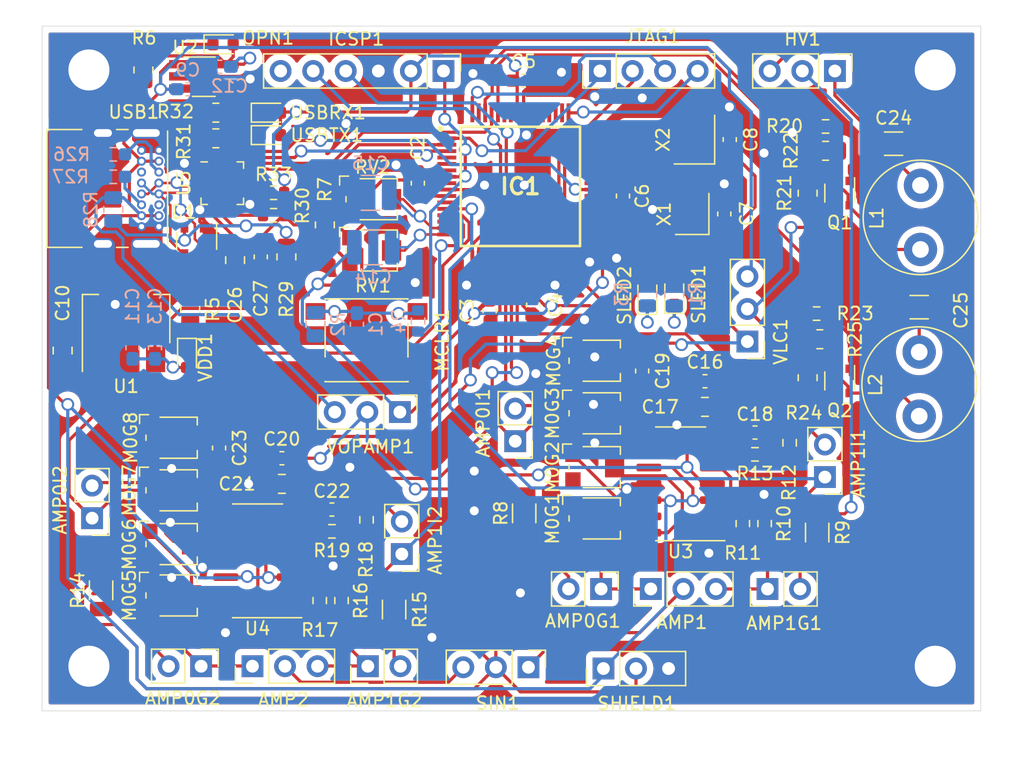
<source format=kicad_pcb>
(kicad_pcb (version 20211014) (generator pcbnew)
  (layers (0 "F.Cu" signal) (31 "B.Cu" signal) (34 "B.Paste" user) (35 "F.Paste" user) (36 "B.SilkS" user "B.Silkscreen") (37 "F.SilkS" user "F.Silkscreen") (38 "B.Mask" user) (39 "F.Mask" user) (44 "Edge.Cuts" user))
  (net 0 "")
  (net 1 "/Sensor Amplifiers/Sensor Amplifier 01/M0D0")
  (net 2 "Net-(AMP0G1-Pad2)")
  (net 3 "/Sensor Amplifiers/Sensor Amplifier 02/M0D0")
  (net 4 "Net-(AMP0G2-Pad2)")
  (net 5 "/AN6")
  (net 6 "Net-(AMP0I1-Pad2)")
  (net 7 "/AN0")
  (net 8 "Net-(AMP0I2-Pad2)")
  (net 9 "/Sensor Amplifiers/Sensor Amplifier 01/M0D")
  (net 10 "/Sensor Amplifiers/Sensor Amplifier 01/M0D1")
  (net 11 "Net-(AMP1G1-Pad2)")
  (net 12 "/Sensor Amplifiers/Sensor Amplifier 02/M0D1")
  (net 13 "Net-(AMP1G2-Pad2)")
  (net 14 "/AN9")
  (net 15 "Net-(AMP1I1-Pad2)")
  (net 16 "/AN1")
  (net 17 "Net-(AMP1I2-Pad2)")
  (net 18 "/Sensor Amplifiers/Sensor Amplifier 02/M0D")
  (net 19 "Net-(C1-Pad1)")
  (net 20 "GND")
  (net 21 "+3V3")
  (net 22 "+5V")
  (net 23 "NEUT")
  (net 24 "/Vref+")
  (net 25 "/Vref-")
  (net 26 "/Sensor Amplifiers/Vopamp")
  (net 27 "Net-(C18-Pad1)")
  (net 28 "/AN25")
  (net 29 "Net-(C19-Pad1)")
  (net 30 "/AN8")
  (net 31 "Net-(C22-Pad1)")
  (net 32 "/AN7")
  (net 33 "Net-(C23-Pad1)")
  (net 34 "/AN24")
  (net 35 "/Electrode Connection/HV0")
  (net 36 "/Electrode Connection/HV1")
  (net 37 "Net-(D1-Pad2)")
  (net 38 "/MCU/USB UART Connection/USBD-")
  (net 39 "/MCU/USB UART Connection/USBD+")
  (net 40 "/Vshield")
  (net 41 "/MCU/MCLR")
  (net 42 "/MCU/PGED1")
  (net 43 "/MCU/PGEC1")
  (net 45 "/MCU/TCK")
  (net 46 "/MCU/TDI")
  (net 47 "/MCU/TDO")
  (net 48 "/MCU/TMS")
  (net 49 "Net-(L1-Pad1)")
  (net 50 "Net-(L2-Pad1)")
  (net 51 "Net-(M0G1-Pad2)")
  (net 56 "Net-(M0G5-Pad2)")
  (net 61 "Net-(OPN1-Pad1)")
  (net 62 "Net-(Q1-Pad2)")
  (net 63 "/LC Tanks/Vlc")
  (net 64 "Net-(Q1-Pad5)")
  (net 65 "Net-(Q2-Pad2)")
  (net 66 "Net-(Q2-Pad5)")
  (net 67 "Net-(R1-Pad2)")
  (net 68 "Net-(R3-Pad2)")
  (net 69 "Net-(R5-Pad1)")
  (net 70 "Net-(R7-Pad1)")
  (net 71 "Net-(R7-Pad2)")
  (net 72 "Net-(R10-Pad1)")
  (net 73 "Net-(R16-Pad1)")
  (net 74 "/LC Tanks/PWM0")
  (net 75 "/LC Tanks/PWM1")
  (net 76 "Net-(R26-Pad1)")
  (net 77 "Net-(R27-Pad1)")
  (net 78 "Net-(R30-Pad1)")
  (net 79 "Net-(R31-Pad1)")
  (net 80 "Net-(R31-Pad2)")
  (net 81 "Net-(R32-Pad1)")
  (net 82 "Net-(R32-Pad2)")
  (net 83 "Net-(R33-Pad1)")
  (net 84 "/MCU/RE0")
  (net 85 "/MCU/RE1")
  (net 92 "/MCU/PICU1RTS")
  (net 93 "/MCU/PICU1CTS")
  (net 94 "/MCU/PICU1TX")
  (net 95 "/MCU/PICU1RX")
  (net 98 "Net-(IC1-Pad39)")
  (net 99 "Net-(IC1-Pad48)")
  (net 121 "/MCU/PWM9H")
  (net 124 "/MCU/PWM8H")
  (footprint "Potentiometer_SMD:Potentiometer_Bourns_TC33X_Vertical" (layer "F.Cu") (at 103.8 79.93125)
    (fp_text reference "M0G8")
    (fp_text value "RP_500k")
  )
  (footprint "Resistor_SMD:R_0805_2012Metric_Pad1.20x1.40mm_HandSolder" (layer "F.Cu") (at 154.25 72.25)
    (fp_text reference "R25")
    (fp_text value "10k")
  )
  (footprint "Potentiometer_SMD:Potentiometer_Bourns_TC33X_Vertical" (layer "F.Cu") (at 136.795 86.22625)
    (fp_text reference "M0G1")
    (fp_text value "RP_500k")
  )
  (footprint "Potentiometer_SMD:Potentiometer_Bourns_TC33X_Vertical" (layer "F.Cu") (at 103.8 92.23125)
    (fp_text reference "M0G5")
    (fp_text value "RP_500k")
  )
  (footprint "MountingHole:MountingHole_3.2mm_M3_DIN965_Pad_TopBottom" (layer "F.Cu") (at 163.25 97.75)
    (fp_text reference "H3" hide)
    (fp_text value "MountingHole_Pad")
  )
  (footprint "Package_TO_SOT_SMD:TSOT-23-5_HandSoldering" (layer "F.Cu") (at 106.2125 51.7525)
    (fp_text reference "U2")
    (fp_text value "NCV8114ASN165T1G")
  )
  (footprint "Connector_PinHeader_2.54mm:PinHeader_1x03_P2.54mm_Vertical" (layer "F.Cu") (at 148.6 72.43125 180)
    (fp_text reference "VLC1")
    (fp_text value "Jumper_3_Bridged12")
  )
  (footprint "Inductor_THT:L_Radial_D8.7mm_P5.00mm_Fastron_07HCP" (layer "F.Cu") (at 162 78.25 90)
    (fp_text reference "L2")
    (fp_text value "47mH")
  )
  (footprint "Resistor_SMD:R_0805_2012Metric" (layer "F.Cu") (at 107.15 54.58125 180)
    (fp_text reference "R32")
    (fp_text value "330")
  )
  (footprint "Inductor_THT:L_Radial_D8.7mm_P5.00mm_Fastron_07HCP" (layer "F.Cu") (at 162.1 65.25 90)
    (fp_text reference "L1")
    (fp_text value "47mH")
  )
  (footprint "Resistor_SMD:R_0805_2012Metric" (layer "F.Cu") (at 105.15 69.91875 90)
    (fp_text reference "R5")
    (fp_text value "330")
  )
  (footprint "Oscillator:Oscillator_SMD_SeikoEpson_SG210-4Pin_2.5x2.0mm" (layer "F.Cu") (at 144.3 62.48125 90)
    (fp_text reference "X1")
    (fp_text value "SG-210STF")
  )
  (footprint "Connector_PinHeader_2.54mm:PinHeader_1x04_P2.54mm_Vertical" (layer "F.Cu") (at 137.1 51.33125 90)
    (fp_text reference "JTAG1")
    (fp_text value "JTAG")
  )
  (footprint "Resistor_SMD:R_0805_2012Metric_Pad1.20x1.40mm_HandSolder" (layer "F.Cu") (at 153.3 75.25 -90)
    (fp_text reference "R24")
    (fp_text value "10k")
  )
  (footprint "Resistor_SMD:R_0603_1608Metric_Pad0.98x0.95mm_HandSolder" (layer "F.Cu") (at 118.9 86.33125 -90)
    (fp_text reference "R18")
    (fp_text value "1k")
  )
  (footprint "Package_TO_SOT_SMD:SOT-363_SC-70-6" (layer "F.Cu") (at 155.8 75.5 -90)
    (fp_text reference "Q2")
    (fp_text value "MBT3946DW1T1")
  )
  (footprint "Resistor_SMD:R_0603_1608Metric" (layer "F.Cu") (at 115.25 92.63125 90)
    (fp_text reference "R17")
    (fp_text value "10k")
  )
  (footprint "Capacitor_SMD:C_0805_2012Metric_Pad1.18x1.45mm_HandSolder" (layer "F.Cu") (at 108.65 66.08125 -90)
    (fp_text reference "C26")
    (fp_text value "4.7u")
  )
  (footprint "Connector_PinHeader_2.54mm:PinHeader_1x06_P2.54mm_Vertical" (layer "F.Cu") (at 124.9 51.33125 -90)
    (fp_text reference "ICSP1")
    (fp_text value "ICSP")
  )
  (footprint "Package_SO:SOIC-14_3.9x8.7mm_P1.27mm" (layer "F.Cu") (at 110.4 89.53125 180)
    (fp_text reference "U4")
    (fp_text value "ADA4891-4")
  )
  (footprint "Capacitor_SMD:C_0603_1608Metric_Pad1.08x0.95mm_HandSolder" (layer "F.Cu") (at 140.395 74.72625 90)
    (fp_text reference "C19")
    (fp_text value "10p")
  )
  (footprint "Connector_PinHeader_2.54mm:PinHeader_1x02_P2.54mm_Vertical" (layer "F.Cu") (at 130.495 80.20125 180)
    (fp_text reference "AMP0I1")
    (fp_text value "Jumper_2_Open")
  )
  (footprint "Connector_PinHeader_2.54mm:PinHeader_1x02_P2.54mm_Vertical" (layer "F.Cu") (at 119 97.75 90)
    (fp_text reference "AMP1G2")
    (fp_text value "Jumper_2_Open")
  )
  (footprint "Potentiometer_SMD:Potentiometer_Bourns_TC33X_Vertical" (layer "F.Cu") (at 119.4 61.33125)
    (fp_text reference "RV2")
    (fp_text value "RP_50k")
  )
  (footprint "Connector_PinHeader_2.54mm:PinHeader_1x03_P2.54mm_Vertical" (layer "F.Cu") (at 110 97.75 90)
    (fp_text reference "AMP2")
    (fp_text value "Jumper_3_Bridged12")
  )
  (footprint "Capacitor_SMD:C_1206_3216Metric_Pad1.33x1.80mm_HandSolder" (layer "F.Cu") (at 160 57)
    (fp_text reference "C24")
    (fp_text value "47pF")
  )
  (footprint "LED_SMD:LED_0603_1608Metric" (layer "F.Cu") (at 107.7125 49.25)
    (fp_text reference "OPN1")
    (fp_text value "GLED")
  )
  (footprint "Capacitor_SMD:C_0603_1608Metric_Pad1.08x0.95mm_HandSolder" (layer "F.Cu") (at 149.195 79.52625)
    (fp_text reference "C18")
    (fp_text value "10p")
  )
  (footprint "LED_SMD:LED_0603_1608Metric" (layer "F.Cu") (at 142.9 68.74375 90)
    (fp_text reference "SLED1")
    (fp_text value "GLED")
  )
  (footprint "Resistor_SMD:R_0603_1608Metric" (layer "F.Cu") (at 148.245 86.62625 90)
    (fp_text reference "R11")
    (fp_text value "10k")
  )
  (footprint "Connector_PinHeader_2.54mm:PinHeader_1x02_P2.54mm_Vertical" (layer "F.Cu") (at 137.195 91.72625 -90)
    (fp_text reference "AMP0G1")
    (fp_text value "Jumper_2_Open")
  )
  (footprint "Resistor_SMD:R_1206_3216Metric" (layer "F.Cu") (at 131.195 85.82625 90)
    (fp_text reference "R8")
    (fp_text value "1meg")
  )
  (footprint "Resistor_SMD:R_0603_1608Metric_Pad0.98x0.95mm_HandSolder" (layer "F.Cu") (at 154 70.25)
    (fp_text reference "R23")
    (fp_text value "100k")
  )
  (footprint "Package_TO_SOT_SMD:SOT-143" (layer "F.Cu") (at 105.65 64.58125 -90)
    (fp_text reference "D1")
    (fp_text value "SP0503BAHT")
  )
  (footprint "Capacitor_SMD:C_0603_1608Metric_Pad1.08x0.95mm_HandSolder" (layer "F.Cu") (at 128.5 70.03125 -90)
    (fp_text reference "C3")
    (fp_text value "0.1u")
  )
  (footprint "Resistor_SMD:R_0603_1608Metric" (layer "F.Cu") (at 149.945 86.62625 -90)
    (fp_text reference "R10")
    (fp_text value "10k")
  )
  (footprint "Potentiometer_SMD:Potentiometer_Bourns_TC33X_Vertical" (layer "F.Cu") (at 136.795 73.92625)
    (fp_text reference "M0G4")
    (fp_text value "RP_500k")
  )
  (footprint "Resistor_SMD:R_0805_2012Metric_Pad1.20x1.40mm_HandSolder" (layer "F.Cu") (at 154.7 57.55625)
    (fp_text reference "R22")
    (fp_text value "10k")
  )
  (footprint "Oscillator:Oscillator_SMD_Abracon_ASE-4Pin_3.2x2.5mm" (layer "F.Cu") (at 144.475 56.68125 90)
    (fp_text reference "X2")
    (fp_text value " ECS-327MVATX-3-CN-TR ")
  )
  (footprint "LED_SMD:LED_0603_1608Metric" (layer "F.Cu") (at 111.4 56.33125)
    (fp_text reference "USBTX1")
    (fp_text value "GLED")
  )
  (footprint "Resistor_SMD:R_0603_1608Metric_Pad0.98x0.95mm_HandSolder" (layer "F.Cu") (at 154.7 55.65625)
    (fp_text reference "R20")
    (fp_text value "100k")
  )
  (footprint "Connector_PinHeader_2.54mm:PinHeader_1x03_P2.54mm_Vertical" (layer "F.Cu") (at 131.525 97.83125 -90)
    (fp_text reference "SIN1")
    (fp_text value "Conn_01x03")
  )
  (footprint "Connector_USB:USB_C_Receptacle_GCT_USB4085" (layer "F.Cu") (at 102.705 57.51625 -90)
    (fp_text reference "USB1")
    (fp_text value "USB_C_Receptacle_USB2.0")
  )
  (footprint "Potentiometer_SMD:Potentiometer_Bourns_TC33X_Vertical" (layer "F.Cu") (at 136.795 82.22625)
    (fp_text reference "M0G2")
    (fp_text value "RP_500k")
  )
  (footprint "Resistor_SMD:R_0603_1608Metric" (layer "F.Cu") (at 116.95 92.63125 -90)
    (fp_text reference "R16")
    (fp_text value "10k")
  )
  (footprint "Connector_PinHeader_2.54mm:PinHeader_1x02_P2.54mm_Vertical" (layer "F.Cu") (at 150.17 91.72625 90)
    (fp_text reference "AMP1G1")
    (fp_text value "Jumper_2_Open")
  )
  (footprint "Connector_PinHeader_2.54mm:PinHeader_1x03_P2.54mm_Vertical" (layer "F.Cu") (at 137.375 97.93125 90)
    (fp_text reference "SHIELD1")
    (fp_text value "Jumper_3_Bridged12")
  )
  (footprint "Capacitor_SMD:C_0603_1608Metric_Pad1.08x0.95mm_HandSolder" (layer "F.Cu") (at 122.9 60.08125 -90)
    (fp_text reference "C2")
    (fp_text value "0.1u")
  )
  (footprint "Connector_PinHeader_2.54mm:PinHeader_1x03_P2.54mm_Vertical" (layer "F.Cu") (at 121.5 77.93125 -90)
    (fp_text reference "VOPAMP1")
    (fp_text value "Jumper_3_Bridged12")
  )
  (footprint "Potentiometer_SMD:Potentiometer_Bourns_TC33X_Vertical" (layer "F.Cu") (at 103.8 88.23125)
    (fp_text reference "M0G6")
    (fp_text value "RP_500k")
  )
  (footprint "Capacitor_SMD:C_0603_1608Metric_Pad1.08x0.95mm_HandSolder" (layer "F.Cu") (at 146.8 62.48125 90)
    (fp_text reference "C7")
    (fp_text value "0.1u")
  )
  (footprint "Potentiometer_SMD:Potentiometer_Bourns_TC33X_Vertical" (layer "F.Cu") (at 103.8 84.03125)
    (fp_text reference "M0G7")
    (fp_text value "RP_500k")
  )
  (footprint "Capacitor_SMD:C_0603_1608Metric_Pad1.08x0.95mm_HandSolder" (layer "F.Cu") (at 131.9 69.58125 90)
    (fp_text reference "C4")
    (fp_text value "0.1u")
  )
  (footprint "Resistor_SMD:R_0805_2012Metric" (layer "F.Cu") (at 101.5 51.25 -90)
    (fp_text reference "R6")
    (fp_text value "165")
  )
  (footprint "MountingHole:MountingHole_3.2mm_M3_DIN965_Pad_TopBottom" (layer "F.Cu") (at 97.25 51.25)
    (fp_text reference "H1" hide)
    (fp_text value "MountingHole_Pad")
  )
  (footprint "Capacitor_SMD:C_0603_1608Metric_Pad1.08x0.95mm_HandSolder" (layer "F.Cu") (at 131.15 52.08125 180)
    (fp_text reference "C5")
    (fp_text value "0.1u")
  )
  (footprint "LED_SMD:LED_0603_1608Metric" (layer "F.Cu") (at 104.9 73.66875 -90)
    (fp_text reference "VDD1")
    (fp_text value "GLED")
  )
  (footprint "Connector_PinHeader_2.54mm:PinHeader_1x02_P2.54mm_Vertical" (layer "F.Cu") (at 121.65 89.00625 180)
    (fp_text reference "AMP1I2")
    (fp_text value "Jumper_2_Open")
  )
  (footprint "Resistor_SMD:R_0603_1608Metric" (layer "F.Cu") (at 111.65 60.83125)
    (fp_text reference "R33")
    (fp_text value "1k")
  )
  (footprint "Package_TO_SOT_SMD:SOT-363_SC-70-6" (layer "F.Cu") (at 155.8 60.85625 -90)
    (fp_text reference "Q1")
    (fp_text value "MBT3946DW1T1")
  )
  (footprint "Resistor_SMD:R_1206_3216Metric" (layer "F.Cu") (at 121.05 93.33125 90)
    (fp_text reference "R15")
    (fp_text value "1meg")
  )
  (footprint "Potentiometer_SMD:Potentiometer_Bourns_TC33X_Vertical" (layer "F.Cu") (at 136.795 78.02625)
    (fp_text reference "M0G3")
    (fp_text value "RP_500k")
  )
  (footprint "Capacitor_SMD:C_1206_3216Metric_Pad1.33x1.80mm_HandSolder" (layer "F.Cu") (at 162 69.75 180)
    (fp_text reference "C25")
    (fp_text value "47pF")
  )
  (footprint "Capacitor_SMD:C_0805_2012Metric_Pad1.18x1.45mm_HandSolder" (layer "F.Cu") (at 112.3 83.53125 180)
    (fp_text reference "C21")
    (fp_text value "10uF")
  )
  (footprint "Resistor_SMD:R_1206_3216Metric" (layer "F.Cu") (at 154.045 87.32625 90)
    (fp_text reference "R9")
    (fp_text value "1meg")
  )
  (footprint "MountingHole:MountingHole_3.2mm_M3_DIN965_Pad_TopBottom" (layer "F.Cu") (at 163.25 51.25)
    (fp_text reference "H2" hide)
    (fp_text value "MountingHole_Pad")
  )
  (footprint "Resistor_SMD:R_0603_1608Metric_Pad0.98x0.95mm_HandSolder" (layer "F.Cu") (at 116.2 87.23125)
    (fp_text reference "R19")
    (fp_text value "1k")
  )
  (footprint "Resistor_SMD:R_1206_3216Metric" (layer "F.Cu") (at 98.2 91.83125 90)
    (fp_text reference "R14")
    (fp_text value "1meg")
  )
  (footprint "Potentiometer_SMD:Potentiometer_Bourns_TC33X_Vertical" (layer "F.Cu") (at 119.4 65.33125)
    (fp_text reference "RV1")
    (fp_text value "RP_50k")
  )
  (footprint "Connector_PinHeader_2.54mm:PinHeader_1x02_P2.54mm_Vertical" (layer "F.Cu") (at 97.5 86.20625 180)
    (fp_text reference "AMP0I2")
    (fp_text value "Jumper_2_Open")
  )
  (footprint "Button_Switch_SMD:SW_SPST_PTS645" (layer "F.Cu") (at 118.9 72.33125 180)
    (fp_text reference "MCLR1")
    (fp_text value "SW_MEC_5E")
  )
  (footprint "Package_DFN_QFN:SiliconLabs_QFN-20-1EP_3x3mm_P0.5mm_EP1.8x1.8mm" (layer "F.Cu") (at 107.65 60.08125)
    (fp_text reference "U5")
    (fp_text value "CP2102N-Axx-xQFN20")
  )
  (footprint "Capacitor_SMD:C_0603_1608Metric_Pad1.08x0.95mm_HandSolder" (layer "F.Cu") (at 112.3 81.53125 180)
    (fp_text reference "C20")
    (fp_text value ".01uF")
  )
  (footprint "Resistor_SMD:R_0603_1608Metric" (layer "F.Cu") (at 111.65 62.58125)
    (fp_text reference "R30")
    (fp_text value "1k")
  )
  (footprint "Resistor_SMD:R_0805_2012Metric" (layer "F.Cu") (at 107.15 56.58125)
    (fp_text reference "R31")
    (fp_text value "330")
  )
  (footprint "SamacSys_Parts:QFP50P1200X1200X120-64N" (layer "F.Cu") (at 130.9 60.33125)
    (fp_text reference "IC1")
    (fp_text value "PIC32MK0512MCJ064-I_PT" hide)
  )
  (footprint "Resistor_SMD:R_0603_1608Metric_Pad0.98x0.95mm_HandSolder" (layer "F.Cu") (at 151.895 80.32625 -90)
    (fp_text reference "R12")
    (fp_text value "1k")
  )
  (footprint "Capacitor_SMD:C_0603_1608Metric_Pad1.08x0.95mm_HandSolder" (layer "F.Cu") (at 116.2 85.53125)
    (fp_text reference "C22")
    (fp_text value "10p")
  )
  (footprint "Connector_PinHeader_2.54mm:PinHeader_1x03_P2.54mm_Vertical" (layer "F.Cu") (at 155.425 51.33125 -90)
    (fp_text reference "HV1")
    (fp_text value "Conn_01x03")
  )
  (footprint "Capacitor_SMD:C_0805_2012Metric_Pad1.18x1.45mm_HandSolder" (layer "F.Cu") (at 95.2 73.13125 -90)
    (fp_text reference "C10")
    (fp_text value "4.7u")
  )
  (footprint "Package_TO_SOT_SMD:SOT-223-3_TabPin2" (layer "F.Cu") (at 100.15 70.66875 90)
    (fp_text reference "U1")
    (fp_text value "MCP1826S")
  )
  (footprint "Connector_PinHeader_2.54mm:PinHeader_1x02_P2.54mm_Vertical" (layer "F.Cu") (at 106 97.75 -90)
    (fp_text reference "AMP0G2")
    (fp_text value "Jumper_2_Open")
  )
  (footprint "LED_SMD:LED_0603_1608Metric" (layer "F.Cu") (at 140.8 68.83125 90)
    (fp_text reference "SLED2")
    (fp_text value "RLED")
  )
  (footprint "Package_SO:SOIC-14_3.9x8.7mm_P1.27mm" (layer "F.Cu") (at 143.395 83.52625 180)
    (fp_text reference "U3")
    (fp_text value "ADA4891-4")
  )
  (footprint "Capacitor_SMD:C_0603_1608Metric_Pad1.08x0.95mm_HandSolder" (layer "F.Cu") (at 110.65 65.83125 -90)
    (fp_text reference "C27")
    (fp_text value "0.1u")
  )
  (footprint "Capacitor_SMD:C_0805_2012Metric_Pad1.18x1.45mm_HandSolder" (layer "F.Cu") (at 145.295 77.52625 180)
    (fp_text reference "C17")
    (fp_text value "10uF")
  )
  (footprint "Connector_PinHeader_2.54mm:PinHeader_1x02_P2.54mm_Vertical" (layer "F.Cu") (at 154.645 83.00125 180)
    (fp_text reference "AMP1I1")
    (fp_text value "Jumper_2_Open")
  )
  (footprint "Capacitor_SMD:C_0603_1608Metric_Pad1.08x0.95mm_HandSolder" (layer "F.Cu") (at 138.9 61.08125 90)
    (fp_text reference "C6")
    (fp_text value "0.1u")
  )
  (footprint "Resistor_SMD:R_0805_2012Metric_Pad1.20x1.40mm_HandSolder" (layer "F.Cu") (at 153.3 60.85625 -90)
    (fp_text reference "R21")
    (fp_text value "10k")
  )
  (footprint "LED_SMD:LED_0603_1608Metric" (layer "F.Cu") (at 111.4 54.58125)
    (fp_text reference "USBRX1")
    (fp_text value "RLED")
  )
  (footprint "Resistor_SMD:R_0805_2012Metric" (layer "F.Cu") (at 112.65 65.83125 -90)
    (fp_text reference "R29")
    (fp_text value "47.5k")
  )
  (footprint "Capacitor_SMD:C_0603_1608Metric_Pad1.08x0.95mm_HandSolder" (layer "F.Cu") (at 147.225 56.68125 90)
    (fp_text reference "C8")
    (fp_text value "0.1u")
  )
  (footprint "MountingHole:MountingHole_3.2mm_M3_DIN965_Pad_TopBottom" (layer "F.Cu") (at 97.25 97.75)
    (fp_text reference "H4" hide)
    (fp_text value "MountingHole_Pad")
  )
  (footprint "Resistor_SMD:R_0805_2012Metric" (layer "F.Cu") (at 115.65 63.33125 90)
    (fp_text reference "R7")
    (fp_text value "150k")
  )
  (footprint "Connector_PinHeader_2.54mm:PinHeader_1x03_P2.54mm_Vertical" (layer "F.Cu") (at 141.07 91.72625 90)
    (fp_text reference "AMP1")
    (fp_text value "Jumper_3_Bridged12")
  )
  (footprint "Capacitor_SMD:C_0603_1608Metric_Pad1.08x0.95mm_HandSolder" (layer "F.Cu") (at 145.295 75.52625 180)
    (fp_text reference "C16")
    (fp_text value ".01uF")
  )
  (footprint "Capacitor_SMD:C_0603_1608Metric_Pad1.08x0.95mm_HandSolder" (layer "F.Cu") (at 107.4 80.73125 90)
    (fp_text reference "C23")
    (fp_text value "10p")
  )
  (footprint "Resistor_SMD:R_0603_1608Metric_Pad0.98x0.95mm_HandSolder" (layer "F.Cu") (at 149.195 81.22625)
    (fp_text reference "R13")
    (fp_text value "1k")
  )
  (footprint "Resistor_SMD:R_0603_1608Metric_Pad0.98x0.95mm_HandSolder" (layer "B.Cu") (at 99.15 59.58125 180)
    (fp_text reference "R27")
    (fp_text value "5.1k")
  )
  (footprint "Capacitor_SMD:C_0603_1608Metric_Pad1.08x0.95mm_HandSolder" (layer "B.Cu") (at 100.65 72.91875 90)
    (fp_text reference "C11")
    (fp_text value "1u")
  )
  (footprint "Capacitor_SMD:C_1210_3225Metric" (layer "B.Cu") (at 119.2 60.83125 180)
    (fp_text reference "C15")
    (fp_text value "0.1u")
  )
  (footprint "Capacitor_SMD:C_0603_1608Metric_Pad1.08x0.95mm_HandSolder" (layer "B.Cu") (at 104.9625 52.7525)
    (fp_text reference "C9")
    (fp_text value "1u")
  )
  (footprint "Resistor_SMD:R_0805_2012Metric" (layer "B.Cu") (at 140.8 68.73125 -90)
    (fp_text reference "R3")
    (fp_text value "330")
  )
  (footprint "Resistor_SMD:R_0805_2012Metric" (layer "B.Cu") (at 142.9 68.74375 -90)
    (fp_text reference "R1")
    (fp_text value "330")
  )
  (footprint "Capacitor_SMD:C_0603_1608Metric_Pad1.08x0.95mm_HandSolder" (layer "B.Cu") (at 102.4 72.91875 90)
    (fp_text reference "C13")
    (fp_text value "0.1u")
  )
  (footprint "Resistor_SMD:R_0805_2012Metric" (layer "B.Cu") (at 99.15 62.13125 -90)
    (fp_text reference "R28")
    (fp_text value "22.1k")
  )
  (footprint "Capacitor_SMD:C_0603_1608Metric_Pad1.08x0.95mm_HandSolder" (layer "B.Cu") (at 118.15 71.08125 -90)
    (fp_text reference "C1")
    (fp_text value "0.1u")
  )
  (footprint "Capacitor_SMD:C_1210_3225Metric" (layer "B.Cu") (at 119.425 65.08125)
    (fp_text reference "C14")
    (fp_text value "0.1u")
  )
  (footprint "Resistor_SMD:R_0805_2012Metric" (layer "B.Cu") (at 114.92 71.08125 -90)
    (fp_text reference "R2")
    (fp_text value "10k")
  )
  (footprint "Resistor_SMD:R_0603_1608Metric" (layer "B.Cu") (at 122.92 70.83125 90)
    (fp_text reference "R4")
    (fp_text value "1k")
  )
  (footprint "Resistor_SMD:R_0603_1608Metric_Pad0.98x0.95mm_HandSolder" (layer "B.Cu") (at 99.15 57.83125 180)
    (fp_text reference "R26")
    (fp_text value "5.1k")
  )
  (footprint "Capacitor_SMD:C_0603_1608Metric_Pad1.08x0.95mm_HandSolder" (layer "B.Cu") (at 107.4625 51.0025 180)
    (fp_text reference "C12")
    (fp_text value "1u")
  )
  (gr_rect (start 93.6 47.83125) (end 166.8 101.23125) (layer "Edge.Cuts") (width 0.05) (fill none))
  (segment (start 134.995 85.22625) (end 137.195 87.42625) (width 0.25) (layer "F.Cu") (net 1))
  (segment (start 137.195 87.42625) (end 137.195 91.72625) (width 0.25) (layer "F.Cu") (net 1))
  (segment (start 141.07 91.72625) (end 137.195 91.72625) (width 0.25) (layer "F.Cu") (net 1))
  (segment (start 134.655 90.74875) (end 134.655 91.72625) (width 0.25) (layer "F.Cu") (net 2))
  (segment (start 131.195 87.28875) (end 134.655 90.74875) (width 0.25) (layer "F.Cu") (net 2))
  (segment (start 106.01875 97.73125) (end 106 97.75) (width 0.25) (layer "F.Cu") (net 3))
  (segment (start 104.2 93.43125) (end 104.2 95.95) (width 0.25) (layer "F.Cu") (net 3))
  (segment (start 102 91.23125) (end 104.2 93.43125) (width 0.25) (layer "F.Cu") (net 3))
  (segment (start 109.98125 97.73125) (end 106.01875 97.73125) (width 0.25) (layer "F.Cu") (net 3))
  (segment (start 110 97.75) (end 109.98125 97.73125) (width 0.25) (layer "F.Cu") (net 3))
  (segment (start 104.2 95.95) (end 106 97.75) (width 0.25) (layer "F.Cu") (net 3))
  (segment (start 98.2 93.29375) (end 99.29375 93.29375) (width 0.25) (layer "F.Cu") (net 4))
  (segment (start 103.46 97.46) (end 103.46 97.75) (width 0.25) (layer "F.Cu") (net 4))
  (segment (start 99.29375 93.29375) (end 103.46 97.46) (width 0.25) (layer "F.Cu") (net 4))
  (segment (start 129.15 67.749359) (end 129.15 66.06925) (width 0.25) (layer "F.Cu") (net 5))
  (segment (start 142.17 82.90125) (end 143.525 84.25625) (width 0.25) (layer "F.Cu") (net 5))
  (segment (start 138.245 80.42625) (end 138.245 82.22625) (width 0.25) (layer "F.Cu") (net 5))
  (segment (start 130.495 80.20125) (end 129.2 78.90625) (width 0.25) (layer "F.Cu") (net 5))
  (segment (start 129.2 76.33125) (end 129.75 75.78125) (width 0.25) (layer "F.Cu") (net 5))
  (segment (start 143.525 84.25625) (end 143.525 86.20625) (width 0.25) (layer "F.Cu") (net 5))
  (segment (start 129.75 68.349359) (end 129.15 67.749359) (width 0.25) (layer "F.Cu") (net 5))
  (segment (start 132.67 78.02625) (end 135.845 78.02625) (width 0.25) (layer "F.Cu") (net 5))
  (segment (start 129.2 78.90625) (end 129.2 76.33125) (width 0.25) (layer "F.Cu") (net 5))
  (segment (start 130.495 80.20125) (end 132.67 78.02625) (width 0.25) (layer "F.Cu") (net 5))
  (segment (start 129.75 75.78125) (end 129.75 68.349359) (width 0.25) (layer "F.Cu") (net 5))
  (segment (start 138.92 82.90125) (end 142.17 82.90125) (width 0.25) (layer "F.Cu") (net 5))
  (segment (start 135.845 78.02625) (end 138.245 80.42625) (width 0.25) (layer "F.Cu") (net 5))
  (segment (start 142.395 87.33625) (end 140.92 87.33625) (width 0.25) (layer "F.Cu") (net 5))
  (segment (start 143.525 86.20625) (end 142.395 87.33625) (width 0.25) (layer "F.Cu") (net 5))
  (segment (start 138.245 82.22625) (end 138.92 82.90125) (width 0.25) (layer "F.Cu") (net 5))
  (segment (start 130.495 77.66125) (end 130.73 77.42625) (width 0.25) (layer "F.Cu") (net 6))
  (segment (start 134.595 77.42625) (end 134.995 77.02625) (width 0.25) (layer "F.Cu") (net 6))
  (segment (start 130.73 77.42625) (end 134.595 77.42625) (width 0.25) (layer "F.Cu") (net 6))
  (segment (start 126.335896 62.58125) (end 126.9 63.145354) (width 0.25) (layer "F.Cu") (net 7))
  (segment (start 109.460875 88.90625) (end 110.425 89.870375) (width 0.25) (layer "F.Cu") (net 7))
  (segment (start 126.9 64.467646) (end 124.85 66.517646) (width 0.25) (layer "F.Cu") (net 7))
  (segment (start 126.9 63.145354) (end 126.9 64.467646) (width 0.25) (layer "F.Cu") (net 7))
  (segment (start 124.85 66.517646) (end 124.85 70.53625) (width 0.25) (layer "F.Cu") (net 7))
  (segment (start 105.25 86.43125) (end 105.25 88.23125) (width 0.25) (layer "F.Cu") (net 7))
  (segment (start 95.7 84.40625) (end 97.5 86.20625) (width 0.25) (layer "F.Cu") (net 7))
  (segment (start 106 76.93125) (end 98.9 76.93125) (width 0.25) (layer "F.Cu") (net 7))
  (segment (start 98.9 76.93125) (end 95.7 80.13125) (width 0.25) (layer "F.Cu") (net 7))
  (segment (start 105.25 88.23125) (end 105.925 88.90625) (width 0.25) (layer "F.Cu") (net 7))
  (segment (start 105.925 88.90625) (end 109.460875 88.90625) (width 0.25) (layer "F.Cu") (net 7))
  (segment (start 125.162 62.58125) (end 126.335896 62.58125) (width 0.25) (layer "F.Cu") (net 7))
  (segment (start 110.425 89.870375) (end 110.425 92.30625) (width 0.25) (layer "F.Cu") (net 7))
  (segment (start 95.7 80.13125) (end 95.7 84.40625) (width 0.25) (layer "F.Cu") (net 7))
  (segment (start 102.85 84.03125) (end 105.25 86.43125) (width 0.25) (layer "F.Cu") (net 7))
  (segment (start 110.425 92.30625) (end 109.39 93.34125) (width 0.25) (layer "F.Cu") (net 7))
  (segment (start 109.39 93.34125) (end 107.925 93.34125) (width 0.25) (layer "F.Cu") (net 7))
  (segment (start 122.055 73.33125) (end 109.6 73.33125) (width 0.25) (layer "F.Cu") (net 7))
  (segment (start 124.85 70.53625) (end 122.055 73.33125) (width 0.25) (layer "F.Cu") (net 7))
  (segment (start 109.6 73.33125) (end 106 76.93125) (width 0.25) (layer "F.Cu") (net 7))
  (segment (start 99.675 84.03125) (end 102.85 84.03125) (width 0.25) (layer "F.Cu") (net 7))
  (segment (start 97.5 86.20625) (end 99.675 84.03125) (width 0.25) (layer "F.Cu") (net 7))
  (segment (start 97.735 83.43125) (end 101.6 83.43125) (width 0.25) (layer "F.Cu") (net 8))
  (segment (start 97.5 83.66625) (end 97.735 83.43125) (width 0.25) (layer "F.Cu") (net 8))
  (segment (start 101.6 83.43125) (end 102 83.03125) (width 0.25) (layer "F.Cu") (net 8))
  (segment (start 131.525 97.83125) (end 131.525 97.80625) (width 0.25) (layer "F.Cu") (net 9))
  (segment (start 134.2 95.13125) (end 140.205 95.13125) (width 0.25) (layer "F.Cu") (net 9))
  (segment (start 140.205 95.13125) (end 143.61 91.72625) (width 0.25) (layer "F.Cu") (net 9))
  (segment (start 131.525 97.80625) (end 134.2 95.13125) (width 0.25) (layer "F.Cu") (net 9))
  (segment (start 150.17 87.67625) (end 150.17 91.72625) (width 0.25) (layer "F.Cu") (net 10))
  (segment (start 146.15 91.72625) (end 150.17 91.72625) (width 0.25) (layer "F.Cu") (net 10))
  (segment (start 149.945 87.45125) (end 150.17 87.67625) (width 0.25) (layer "F.Cu") (net 10))
  (segment (start 152.71 90.12375) (end 152.71 91.72625) (width 0.25) (layer "F.Cu") (net 11))
  (segment (start 154.045 88.78875) (end 152.71 90.12375) (width 0.25) (layer "F.Cu") (net 11))
  (segment (start 117.175 95.925) (end 119 97.75) (width 0.25) (layer "F.Cu") (net 12))
  (segment (start 115.08 97.75) (end 115.09875 97.73125) (width 0.25) (layer "F.Cu") (net 12))
  (segment (start 117.175 93.68125) (end 117.175 95.925) (width 0.25) (layer "F.Cu") (net 12))
  (segment (start 115.09875 97.73125) (end 118.98125 97.73125) (width 0.25) (layer "F.Cu") (net 12))
  (segment (start 118.98125 97.73125) (end 119 97.75) (width 0.25) (layer "F.Cu") (net 12))
  (segment (start 116.95 93.45625) (end 117.175 93.68125) (width 0.25) (layer "F.Cu") (net 12))
  (segment (start 121.05 94.79375) (end 121.05 97.26) (width 0.25) (layer "F.Cu") (net 13))
  (segment (start 121.05 97.26) (end 121.54 97.75) (width 0.25) (layer "F.Cu") (net 13))
  (segment (start 125.162 62.08125) (end 126.9 62.08125) (width 0.25) (layer "F.Cu") (net 14))
  (segment (start 148.13 87.33625) (end 148.245 87.45125) (width 0.25) (layer "F.Cu") (net 14))
  (segment (start 145.87 87.33625) (end 148.13 87.33625) (width 0.25) (layer "F.Cu") (net 14))
  (segment (start 148.245 87.45125) (end 149.17 86.52625) (width 0.25) (layer "F.Cu") (net 14))
  (segment (start 149.17 86.52625) (end 151.12 86.52625) (width 0.25) (layer "F.Cu") (net 14))
  (segment (start 151.12 86.52625) (end 154.645 83.00125) (width 0.25) (layer "F.Cu") (net 14))
  (via (at 127.1 62.08125) (size 1) (drill 0.7) (layers "F.Cu" "B.Cu") (net 14))
  (segment (start 138.858273 83.125) (end 154.52125 83.125) (width 0.25) (layer "B.Cu") (net 14))
  (segment (start 138.133273 83.85) (end 138.858273 83.125) (width 0.25) (layer "B.Cu") (net 14))
  (segment (start 127.1 62.08125) (end 127.1 65.13125) (width 0.25) (layer "B.Cu") (net 14))
  (segment (start 154.52125 83.125) (end 154.645 83.00125) (width 0.25) (layer "B.Cu") (net 14))
  (segment (start 131.71875 83.85) (end 138.133273 83.85) (width 0.25) (layer "B.Cu") (net 14))
  (segment (start 125.4 66.83125) (end 125.4 77.53125) (width 0.25) (layer "B.Cu") (net 14))
  (segment (start 125.4 77.53125) (end 131.71875 83.85) (width 0.25) (layer "B.Cu") (net 14))
  (segment (start 127.1 65.13125) (end 125.4 66.83125) (width 0.25) (layer "B.Cu") (net 14))
  (segment (start 154.645 80.46125) (end 153.5975 79.41375) (width 0.25) (layer "F.Cu") (net 15))
  (segment (start 153.5975 79.41375) (end 151.895 79.41375) (width 0.25) (layer "F.Cu") (net 15))
  (segment (start 124.7245 64.95) (end 125.78125 64.95) (width 0.25) (layer "F.Cu") (net 16))
  (segment (start 126.45 63.33175) (end 126.1995 63.08125) (width 0.25) (layer "F.Cu") (net 16))
  (segment (start 112.875 93.34125) (end 115.135 93.34125) (width 0.25) (layer "F.Cu") (net 16))
  (segment (start 126.1995 63.08125) (end 125.162 63.08125) (width 0.25) (layer "F.Cu") (net 16))
  (segment (start 125.78125 64.95) (end 126.45 64.28125) (width 0.25) (layer "F.Cu") (net 16))
  (segment (start 115.25 93.45625) (end 116.175 92.53125) (width 0.25) (layer "F.Cu") (net 16))
  (segment (start 126.45 64.28125) (end 126.45 63.33175) (width 0.25) (layer "F.Cu") (net 16))
  (segment (start 116.175 92.53125) (end 118.125 92.53125) (width 0.25) (layer "F.Cu") (net 16))
  (segment (start 115.135 93.34125) (end 115.25 93.45625) (width 0.25) (layer "F.Cu") (net 16))
  (segment (start 118.125 92.53125) (end 121.65 89.00625) (width 0.25) (layer "F.Cu") (net 16))
  (via (at 124.7245 64.95) (size 1) (drill 0.7) (layers "F.Cu" "B.Cu") (net 16))
  (segment (start 124.7245 64.95) (end 124.6 65.0745) (width 0.25) (layer "B.Cu") (net 16))
  (segment (start 124.6 86.05625) (end 121.65 89.00625) (width 0.25) (layer "B.Cu") (net 16))
  (segment (start 124.6 65.0745) (end 124.6 86.05625) (width 0.25) (layer "B.Cu") (net 16))
  (segment (start 120.6025 85.41875) (end 118.9 85.41875) (width 0.25) (layer "F.Cu") (net 17))
  (segment (start 121.65 86.46625) (end 120.6025 85.41875) (width 0.25) (layer "F.Cu") (net 17))
  (segment (start 125.27625 99) (end 113.79 99) (width 0.25) (layer "F.Cu") (net 18))
  (segment (start 113.79 99) (end 112.54 97.75) (width 0.25) (layer "F.Cu") (net 18))
  (segment (start 126.445 97.83125) (end 125.27625 99) (width 0.25) (layer "F.Cu") (net 18))
  (segment (start 121.4 70.23125) (end 122.73 70.23125) (width 0.25) (layer "F.Cu") (net 19))
  (segment (start 114.92 70.08125) (end 116.4 70.08125) (width 0.25) (layer "F.Cu") (net 19))
  (segment (start 122.73 70.23125) (end 122.88 70.08125) (width 0.25) (layer "F.Cu") (net 19))
  (via (at 116.4 70.08125) (size 1) (drill 0.7) (layers "F.Cu" "B.Cu") (net 19))
  (via (at 121.4 70.23125) (size 1) (drill 0.7) (layers "F.Cu" "B.Cu") (net 19))
  (segment (start 122.92 70.00625) (end 122.695 70.23125) (width 0.25) (layer "B.Cu") (net 19))
  (segment (start 121.4 70.23125) (end 121.3875 70.21875) (width 0.25) (layer "B.Cu") (net 19))
  (segment (start 116.4 70.08125) (end 118.0125 70.08125) (width 0.25) (layer "B.Cu") (net 19))
  (segment (start 121.3875 70.21875) (end 118.15 70.21875) (width 0.25) (layer "B.Cu") (net 19))
  (segment (start 116.4 70.08125) (end 115.0075 70.08125) (width 0.25) (layer "B.Cu") (net 19))
  (segment (start 118.0125 70.08125) (end 118.15 70.21875) (width 0.25) (layer "B.Cu") (net 19))
  (segment (start 115.0075 70.08125) (end 114.92 70.16875) (width 0.25) (layer "B.Cu") (net 19))
  (segment (start 122.695 70.23125) (end 121.4 70.23125) (width 0.25) (layer "B.Cu") (net 19))
  (segment (start 105.5 75.83125) (end 101 75.83125) (width 0.25) (layer "F.Cu") (net 20))
  (segment (start 131.36699 56.31699) (end 131.15 56.53398) (width 0.25) (layer "F.Cu") (net 20))
  (segment (start 100.15 73.81875) (end 100.15 70.38125) (width 0.25) (layer "F.Cu") (net 20))
  (segment (start 100.15 68.68125) (end 100.15 67.51875) (width 0.25) (layer "F.Cu") (net 20))
  (segment (start 128.5 70.89375) (end 129.3 70.09375) (width 0.25) (layer "F.Cu") (net 20))
  (segment (start 111.2625 81.70625) (end 111.4375 81.53125) (width 0.25) (layer "F.Cu") (net 20))
  (segment (start 99.3 69.53125) (end 100.15 68.68125) (width 0.25) (layer "F.Cu") (net 20))
  (segment (start 105.2 59.83125) (end 104.7 59.33125) (width 0.25) (layer "F.Cu") (net 20))
  (segment (start 139.2 83.95) (end 139.62375 83.52625) (width 0.25) (layer "F.Cu") (net 20))
  (segment (start 125.162 60.58125) (end 127.75 60.58125) (width 0.25) (layer "F.Cu") (net 20))
  (segment (start 112.65 68.68125) (end 105.5 75.83125) (width 0.25) (layer "F.Cu") (net 20))
  (segment (start 106.1 90.03125) (end 106.6 89.53125) (width 0.25) (layer "F.Cu") (net 20))
  (segment (start 109.2 60.83125) (end 108.4 60.83125) (width 0.25) (layer "F.Cu") (net 20))
  (segment (start 147.225 55.81875) (end 145.4875 55.81875) (width 0.25) (layer "F.Cu") (net 20))
  (segment (start 109.825 51.95) (end 109.6275 51.7525) (width 0.25) (layer "F.Cu") (net 20))
  (segment (start 109.7 83.53125) (end 111.2625 83.53125) (width 0.25) (layer "F.Cu") (net 20))
  (segment (start 128.65 65.03175) (end 131.2 62.48175) (width 0.25) (layer "F.Cu") (net 20))
  (segment (start 131.15 60.18125) (end 131.2 60.23125) (width 0.25) (layer "F.Cu") (net 20))
  (segment (start 107.65 60.08125) (end 107.4 59.83125) (width 0.25) (layer "F.Cu") (net 20))
  (segment (start 95.2 74.16875) (end 96.8625 75.83125) (width 0.25) (layer "F.Cu") (net 20))
  (segment (start 144.2575 75.70125) (end 144.4325 75.52625) (width 0.25) (layer "F.Cu") (net 20))
  (segment (start 101.5 52.1625) (end 101.5 53.01125) (width 0.25) (layer "F.Cu") (net 20))
  (segment (start 100.15 74.08125) (end 100.15 73.81875) (width 0.25) (layer "F.Cu") (net 20))
  (segment (start 147.2 54.13125) (end 147.2 55.79375) (width 0.25) (layer "F.Cu") (net 20))
  (segment (start 131.36699 56.31699) (end 131.15 56.1) (width 0.25) (layer "F.Cu") (net 20))
  (segment (start 101.725 64.81625) (end 102.705 63.83625) (width 0.25) (layer "F.Cu") (net 20))
  (segment (start 131.15 54.59325) (end 131.15 52.94375) (width 0.25) (layer "F.Cu") (net 20))
  (segment (start 107.5 64.68125) (end 106.4 63.58125) (width 0.25) (layer "F.Cu") (net 20))
  (segment (start 103.6625 67.51875) (end 100.15 67.51875) (width 0.25) (layer "F.Cu") (net 20))
  (segment (start 122.337 58.65575) (end 122.9 59.21875) (width 0.25) (layer "F.Cu") (net 20))
  (segment (start 109.075 66.69375) (end 108.65 67.11875) (width 0.25) (layer "F.Cu") (net 20))
  (segment (start 107.4 59.83125) (end 106.1 59.83125) (width 0.25) (layer "F.Cu") (net 20))
  (segment (start 119.82 51.33125) (end 118.12 53.03125) (width 0.25) (layer "F.Cu") (net 20))
  (segment (start 157.25 73.75) (end 157.25 72.5875) (width 0.25) (layer "F.Cu") (net 20))
  (segment (start 138.7625 60.08125) (end 138.9 60.21875) (width 0.25) (layer "F.Cu") (net 20))
  (segment (start 110.65 66.69375) (end 109.075 66.69375) (width 0.25) (layer "F.Cu") (net 20))
  (segment (start 100.15 67.51875) (end 101.725 65.94375) (width 0.25) (layer "F.Cu") (net 20))
  (segment (start 101.355 63.46625) (end 101.355 64.44625) (width 0.25) (layer "F.Cu") (net 20))
  (segment (start 102.705 57.14625) (end 102.705 57.51625) (width 0.25) (layer "F.Cu") (net 20))
  (segment (start 98.4 75.83125) (end 100.15 74.08125) (width 0.25) (layer "F.Cu") (net 20))
  (segment (start 131.15 60.28125) (end 131.2 60.23125) (width 0.25) (layer "F.Cu") (net 20))
  (segment (start 144.2575 77.52625) (end 144.2575 75.70125) (width 0.25) (layer "F.Cu") (net 20))
  (segment (start 106.1 59.83125) (end 105.2 59.83125) (width 0.25) (layer "F.Cu") (net 20))
  (segment (start 101.355 57.51625) (end 101.355 56.53625) (width 0.25) (layer "F.Cu") (net 20))
  (segment (start 128.65 66.06925) (end 128.65 65.03175) (width 0.25) (layer "F.Cu") (net 20))
  (segment (start 131.15 66.06925) (end 131.15 60.28125) (width 0.25) (layer "F.Cu") (net 20))
  (segment (start 103.885 57.51625) (end 102.705 57.51625) (width 0.25) (layer "F.Cu") (net 20))
  (segment (start 111.2625 83.53125) (end 111.2625 81.70625) (width 0.25) (layer "F.Cu") (net 20))
  (segment (start 102.705 63.83625) (end 102.705 63.46625) (width 0.25) (layer "F.Cu") (net 20))
  (segment (start 121.2 58.65575) (end 122.337 58.65575) (width 0.25) (layer "F.Cu") (net 20))
  (segment (start 131.15 68.135755) (end 131.15 66.06925) (width 0.25) (layer "F.Cu") (net 20))
  (segment (start 106.6 89.53125) (end 107.925 89.53125) (width 0.25) (layer "F.Cu") (net 20))
  (segment (start 104.5025 51.7525) (end 105.7525 51.7525) (width 0.25) (layer "F.Cu") (net 20))
  (segment (start 101 75.83125) (end 100.15 74.98125) (width 0.25) (layer "F.Cu") (net 20))
  (segment (start 105.9 62.15) (end 105.9 63.08125) (width 0.25) (layer "F.Cu") (net 20))
  (segment (start 157.25 73.75) (end 156.45 74.55) (width 0.25) (layer "F.Cu") (net 20))
  (segment (start 131.15 56.53398) (end 131.15 60.18125) (width 0.25) (layer "F.Cu") (net 20))
  (segment (start 143.1 78.68375) (end 144.2575 77.52625) (width 0.25) (layer "F.Cu") (net 20))
  (segment (start 105.9 63.08125) (end 106.4 63.58125) (width 0.25) (layer "F.Cu") (net 20))
  (segment (start 109.8 61.43125) (end 109.8 61.73125) (width 0.25) (layer "F.Cu") (net 20))
  (segment (start 101.725 65.94375) (end 101.725 64.81625) (width 0.25) (layer "F.Cu") (net 20))
  (segment (start 144.9625 61.61875) (end 144.95 61.63125) (width 0.25) (layer "F.Cu") (net 20))
  (segment (start 122.88 74.58125) (end 114.92 74.58125) (width 0.25) (layer "F.Cu") (net 20))
  (segment (start 101.725 56.16625) (end 102.705 57.14625) (width 0.25) (layer "F.Cu") (net 20))
  (segment (start 124.2625 60.58125) (end 122.9 59.21875) (width 0.25) (layer "F.Cu") (net 20))
  (segment (start 100.15 70.38125) (end 99.3 69.53125) (width 0.25) (layer "F.Cu") (net 20))
  (segment (start 131.15 56.1) (end 131.15 54.59325) (width 0.25) (layer "F.Cu") (net 20))
  (segment (start 139.62375 83.52625) (end 140.92 83.52625) (width 0.25) (layer "F.Cu") (net 20))
  (segment (start 101.355 57.51625) (end 102.705 57.51625) (width 0.25) (layer "F.Cu") (net 20))
  (segment (start 104.7 59.33125) (end 104.7 58.53125) (width 0.25) (layer "F.Cu") (net 20))
  (segment (start 108.4 60.83125) (end 107.65 60.08125) (width 0.25) (layer "F.Cu") (net 20))
  (segment (start 131.1 68.185755) (end 131.15 68.135755) (width 0.25) (layer "F.Cu") (net 20))
  (segment (start 131.1 69.64375) (end 131.1 68.185755) (width 0.25) (layer "F.Cu") (net 20))
  (segment (start 128.65 67.885755) (end 128.65 66.06925) (width 0.25) (layer "F.Cu") (net 20))
  (segment (start 101.355 64.44625) (end 101.725 64.81625) (width 0.25) (layer "F.Cu") (net 20))
  (segment (start 105.15 69.00625) (end 103.6625 67.51875) (width 0.25) (layer "F.Cu") (net 20))
  (segment (start 127.75 60.58125) (end 128.1 60.23125) (width 0.25) (layer "F.Cu") (net 20))
  (segment (start 109.2 60.83125) (end 109.8 61.43125) (width 0.25) (layer "F.Cu") (net 20))
  (segment (start 146.8 61.61875) (end 144.9625 61.61875) (width 0.25) (layer "F.Cu") (net 20))
  (segment (start 129.3 68.535755) (end 128.65 67.885755) (width 0.25) (layer "F.Cu") (net 20))
  (segment (start 102.705 63.46625) (end 101.355 63.46625) (width 0.25) (layer "F.Cu") (net 20))
  (segment (start 136.638 60.08125) (end 138.7625 60.08125) (width 0.25) (layer "F.Cu") (net 20))
  (segment (start 145.4875 55.81875) (end 145.3 55.63125) (width 0.25) (layer "F.Cu") (net 20))
  (segment (start 131.15 52.94375) (end 132.0125 52.08125) (width 0.25) (layer "F.Cu") (net 20))
  (segment (start 146.5 53.43125) (end 140.4 53.43125) (width 0.25) (layer "F.Cu") (net 20))
  (segment (start 100.15 74.98125) (end 100.15 73.81875) (width 0.25) (layer "F.Cu") (net 20))
  (segment (start 131.2 62.48175) (end 131.2 60.23125) (width 0.25) (layer "F.Cu") (net 20))
  (segment (start 108.65 67.11875) (end 106.7625 69.00625) (width 0.25) (layer "F.Cu") (net 20))
  (segment (start 108.65 67.11875) (end 107.5 65.96875) (width 0.25) (layer "F.Cu") (net 20))
  (segment (start 104.7 58.33125) (end 103.885 57.51625) (width 0.25) (layer "F.Cu") (net 20))
  (segment (start 101.355 56.53625) (end 101.725 56.16625) (width 0.25) (layer "F.Cu") (net 20))
  (segment (start 157.25 72.5875) (end 154.9125 70.25) (width 0.25) (layer "F.Cu") (net 20))
  (segment (start 129.3 70.09375) (end 129.3 68.535755) (width 0.25) (layer "F.Cu") (net 20))
  (segment (start 104.7 58.53125) (end 104.7 58.33125) (width 0.25) (layer "F.Cu") (net 20))
  (segment (start 112.65 66.74375) (end 112.65 68.68125) (width 0.25) (layer "F.Cu") (net 20))
  (segment (start 109.6275 51.7525) (end 104.5025 51.7525) (width 0.25) (layer "F.Cu") (net 20))
  (segment (start 143.1 78.93125) (end 143.1 78.68375) (width 0.25) (layer "F.Cu") (net 20))
  (segment (start 125.162 60.58125) (end 124.2625 60.58125) (width 0.25) (layer "F.Cu") (net 20))
  (segment (start 131.9 70.44375) (end 131.1 69.64375) (width 0.25) (layer "F.Cu") (net 20))
  (segment (start 106.7625 69.00625) (end 105.15 69.00625) (width 0.25) (layer "F.Cu") (net 20))
  (segment (start 98.345 64.81625) (end 101.725 64.81625) (width 0.25) (layer "F.Cu") (net 20))
  (segment (start 101.5 53.01125) (end 98.345 56.16625) (width 0.25) (layer "F.Cu") (net 20))
  (segment (start 147.2 54.13125) (end 146.5 53.43125) (width 0.25) (layer "F.Cu") (net 20))
  (segment (start 147.2 55.79375) (end 147.225 55.81875) (width 0.25) (layer "F.Cu") (net 20))
  (segment (start 96.8625 75.83125) (end 98.4 75.83125) (width 0.25) (layer "F.Cu") (net 20))
  (segment (start 107.5 65.96875) (end 107.5 64.68125) (width 0.25) (layer "F.Cu") (net 20))
  (via (at 134.1 51.43125) (size 1) (drill 0.7) (layers "F.Cu" "B.Cu") (net 20))
  (via (at 109.8 61.73125) (size 1) (drill 0.7) (layers "F.Cu" "B.Cu") (net 20))
  (via (at 105.9 62.15) (size 1) (drill 0.7) (layers "F.Cu" "B.Cu") (net 20))
  (via (at 103.7 90.83125) (size 1) (drill 0.7) (layers "F.Cu" "B.Cu") (net 20))
  (via (at 143.1 78.93125) (size 1) (drill 0.7) (layers "F.Cu" "B.Cu") (net 20))
  (via (at 146.8 60.13125) (size 1) (drill 0.7) (layers "F.Cu" "B.Cu") (net 20))
  (via (at 107.9 95.13125) (size 1) (drill 0.7) (layers "F.Cu" "B.Cu") (net 20))
  (via (at 133.6 68.03125) (size 1) (drill 0.7) (layers "F.Cu" "B.Cu") (net 20))
  (via (at 131.2 60.23125) (size 1) (drill 0.7) (layers "F.Cu" "B.Cu") (net 20))
  (via (at 136.7 80.33125) (size 1) (drill 0.7) (layers "F.Cu" "B.Cu") (net 20))
  (via (at 99.3 69.53125) (size 1) (drill 0.7) (layers "F.Cu" "B.Cu") (net 20))
  (via (at 128.1 60.23125) (size 1) (drill 0.7) (layers "F.Cu" "B.Cu") (net 20))
  (via (at 106.1 90.03125) (size 1) (drill 0.7) (layers "F.Cu" "B.Cu") (net 20))
  (via (at 145.6 88.93125) (size 1) (drill 0.7) (layers "F.Cu" "B.Cu") (net 20))
  (via (at 121.2 58.65575) (size 1) (drill 0.7) (layers "F.Cu" "B.Cu") (net 20))
  (via (at 136.3 66.23125) (size 1) (drill 0.7) (layers "F.Cu" "B.Cu") (net 20))
  (via (at 147.2 54.13125) (size 1) (drill 0.7) (layers "F.Cu" "B.Cu") (net 20))
  (via (at 140.4 53.43125) (size 1) (drill 0.7) (layers "F.Cu" "B.Cu") (net 20))
  (via (at 135.9 70.73125) (size 1) (drill 0.7) (layers "F.Cu" "B.Cu") (net 20))
  (via (at 104.7 58.53125) (size 1) (drill 0.7) (layers "F.Cu" "B.Cu") (net 20))
  (via (at 103.6 86.53125) (size 1) (drill 0.7) (layers "F.Cu" "B.Cu") (net 20))
  (via (at 132.1 74.93125) (size 1) (drill 0.7) (layers "F.Cu" "B.Cu") (net 20))
  (via (at 109.7 83.53125) (size 1) (drill 0.7) (layers "F.Cu" "B.Cu") (net 20))
  (via (at 136.7 73.63125) (size 1) (drill 0.7) (layers "F.Cu" "B.Cu") (net 20))
  (via (at 124 95.5) (size 1) (drill 0.7) (layers "F.Cu" "B.Cu") (net 20))
  (via (at 136.7 53.33125) (size 1) (drill 0.7) (layers "F.Cu" "B.Cu") (net 20))
  (via (at 152.1 56.13125) (size 1) (drill 0.7) (layers "F.Cu" "B.Cu") (net 20))
  (via (at 149.9 84.35) (size 1) (drill 0.7) (layers "F.Cu" "B.Cu") (net 20))
  (via (at 117.6 82.23125) (size 1) (drill 0.7) (layers "F.Cu" "B.Cu") (net 20))
  (via (at 117.3 55.43125) (size 1) (drill 0.7) (layers "F.Cu" "B.Cu") (net 20))
  (via (at 127.2 51.53125) (size 1) (drill 0.7) (layers "F.Cu" "B.Cu") (net 20))
  (via (at 149.9 57.73125) (size 1) (drill 0.7) (layers "F.Cu" "B.Cu") (net 20))
  (via (at 126.7 68.03125) (size 1) (drill 0.7) (layers "F.Cu" "B.Cu") (net 20))
  (via (at 127.3 85.63125) (size 1) (drill 0.7) (layers "F.Cu" "B.Cu") (net 20))
  (via (at 109.825 51.95) (size 1) (drill 0.7) (layers "F.Cu" "B.Cu") (net 20))
  (via (at 130.9 92.03125) (size 1) (drill 0.7) (layers "F.Cu" "B.Cu") (net 20))
  (via (at 116.3 89.93125) (size 1) (drill 0.7) (layers "F.Cu" "B.Cu") (net 20))
  (via (at 138.4 65.93125) (size 1) (drill 0.7) (layers "F.Cu" "B.Cu") (net 20))
  (via (at 136.6 77.33125) (size 1) (drill 0.7) (layers "F.Cu" "B.Cu") (net 20))
  (via (at 127.3 82.53125) (size 1) (drill 0.7) (layers "F.Cu" "B.Cu") (net 20))
  (via (at 131.36699 56.31699) (size 1) (drill 0.7) (layers "F.Cu" "B.Cu") (net 20))
  (via (at 103.7 82.33125) (size 1) (drill 0.7) (layers "F.Cu" "B.Cu") (net 20))
  (via (at 139.2 83.95) (size 1) (drill 0.7) (layers "F.Cu" "B.Cu") (net 20))
  (via (at 141.2 62.13125) (size 1) (drill 0.7) (layers "F.Cu" "B.Cu") (net 20))
  (via (at 122.7 67.83125) (size 1) (drill 0.7) (layers "F.Cu" "B.Cu") (net 20))
  (segment (start 109.8 61.73125) (end 110.7 60.83125) (width 0.25) (layer "B.Cu") (net 20))
  (segment (start 106.1 90.03125) (end 109.7 86.43125) (width 0.25) (layer "B.Cu") (net 20))
  (segment (start 121.2 58.65575) (end 119.9005 58.65575) (width 0.25) (layer "B.Cu") (net 20))
  (segment (start 109.7 86.43125) (end 109.7 83.53125) (width 0.25) (layer "B.Cu") (net 20))
  (segment (start 107.4 51.8025) (end 106.6 51.0025) (width 0.25) (layer "B.Cu") (net 20))
  (segment (start 100.65 70.88125) (end 99.3 69.53125) (width 0.25) (layer "B.Cu") (net 20))
  (segment (start 109.825 51.95) (end 109.6775 51.8025) (width 0.25) (layer "B.Cu") (net 20))
  (segment (start 109.825 51.95) (end 109.0225 52.7525) (width 0.25) (layer "B.Cu") (net 20))
  (segment (start 109.0225 52.7525) (end 105.825 52.7525) (width 0.25) (layer "B.Cu") (net 20))
  (segment (start 110.7 60.83125) (end 117.725 60.83125) (width 0.25) (layer "B.Cu") (net 20))
  (segment (start 109.6775 51.8025) (end 107.4 51.8025) (width 0.25) (layer "B.Cu") (net 20))
  (segment (start 102.4 72.05625) (end 100.65 72.05625) (width 0.25) (layer "B.Cu") (net 20))
  (segment (start 100.65 72.05625) (end 100.65 70.88125) (width 0.25) (layer "B.Cu") (net 20))
  (segment (start 119.9005 58.65575) (end 117.725 60.83125) (width 0.25) (layer "B.Cu") (net 20))
  (segment (start 102.4 73.03125) (end 103.8 74.43125) (width 0.25) (layer "F.Cu") (net 21))
  (segment (start 106.9 61.63125) (end 106.9 62.58125) (width 0.25) (layer "F.Cu") (net 21))
  (segment (start 122.36 54.17125) (end 122.36 51.33125) (width 0.25) (layer "F.Cu") (net 21))
  (segment (start 123.0375 61.08125) (end 122.9 60.94375) (width 0.25) (layer "F.Cu") (net 21))
  (segment (start 108.65 64.33125) (end 108.65 65.04375) (width 0.25) (layer "F.Cu") (net 21))
  (segment (start 146.8 63.34375) (end 147.7875 63.34375) (width 0.25) (layer "F.Cu") (net 21))
  (segment (start 130.65 51.05575) (end 130.65 54.59325) (width 0.25) (layer "F.Cu") (net 21))
  (segment (start 102.4 71.93125) (end 102.4 73.03125) (width 0.25) (layer "F.Cu") (net 21))
  (segment (start 149.2 61.93125) (end 149.2 59.51875) (width 0.25) (layer "F.Cu") (net 21))
  (segment (start 128.15 69.38125) (end 128.15 66.06925) (width 0.25) (layer "F.Cu") (net 21))
  (segment (start 139.2245 72.55575) (end 136.3 69.63125) (width 0.25) (layer "F.Cu") (net 21))
  (segment (start 143.469712 72.671487) (end 143.353975 72.55575) (width 0.25) (layer "F.Cu") (net 21))
  (segment (start 112.1875 56.33125) (end 112.1875 54.58125) (width 0.25) (layer "F.Cu") (net 21))
  (segment (start 112.5 59.80575) (end 112.5 62.475) (width 0.25) (layer "F.Cu") (net 21))
  (segment (start 138.5375 61.58125) (end 138.9 61.94375) (width 0.25) (layer "F.Cu") (net 21))
  (segment (start 113.4 54.53125) (end 122 54.53125) (width 0.25) (layer "F.Cu") (net 21))
  (segment (start 131.65 66.06925) (end 131.65 68.46875) (width 0.25) (layer "F.Cu") (net 21))
  (segment (start 125.162 61.08125) (end 123.0375 61.08125) (width 0.25) (layer "F.Cu") (net 21))
  (segment (start 127.3 70.23125) (end 128.15 69.38125) (width 0.25) (layer "F.Cu") (net 21))
  (segment (start 120.15 59.83125) (end 121.7875 59.83125) (width 0.25) (layer "F.Cu") (net 21))
  (segment (start 130.5 50.90575) (end 130.65 51.05575) (width 0.25) (layer "F.Cu") (net 21))
  (segment (start 125.1 72.56875) (end 125.1 75.23125) (width 0.25) (layer "F.Cu") (net 21))
  (segment (start 127.3 70.23125) (end 128.2875 69.24375) (width 0.25) (layer "F.Cu") (net 21))
  (segment (start 118.525 65.25625) (end 117.6 64.33125) (width 0.25) (layer "F.Cu") (net 21))
  (segment (start 106.9 62.58125) (end 108.65 64.33125) (width 0.25) (layer "F.Cu") (net 21))
  (segment (start 113.4 54.53125) (end 112.2375 54.53125) (width 0.25) (layer "F.Cu") (net 21))
  (segment (start 111.6 68.63125) (end 110.3875 69.84375) (width 0.25) (layer "F.Cu") (net 21))
  (segment (start 147.0375 57.73125) (end 147.225 57.54375) (width 0.25) (layer "F.Cu") (net 21))
  (segment (start 103.825 74.45625) (end 104.9 74.45625) (width 0.25) (layer "F.Cu") (net 21))
  (segment (start 115.1 67.93125) (end 115.2 68.03125) (width 0.25) (layer "F.Cu") (net 21))
  (segment (start 112.2375 54.53125) (end 112.1875 54.58125) (width 0.25) (layer "F.Cu") (net 21))
  (segment (start 143.65 57.73125) (end 147.0375 57.73125) (width 0.25) (layer "F.Cu") (net 21))
  (segment (start 138.9 61.94375) (end 140.2875 63.33125) (width 0.25) (layer "F.Cu") (net 21))
  (segment (start 128.5 69.16875) (end 125.1 72.56875) (width 0.25) (layer "F.Cu") (net 21))
  (segment (start 133.3 69.63125) (end 132.8125 69.63125) (width 0.25) (layer "F.Cu") (net 21))
  (segment (start 110.65 64.325) (end 110.65 64.96875) (width 0.25) (layer "F.Cu") (net 21))
  (segment (start 143.353975 72.55575) (end 139.2245 72.55575) (width 0.25) (layer "F.Cu") (net 21))
  (segment (start 144.9625 63.34375) (end 144.95 63.33125) (width 0.25) (layer "F.Cu") (net 21))
  (segment (start 132.8125 69.63125) (end 131.9 68.71875) (width 0.25) (layer "F.Cu") (net 21))
  (segment (start 104.4875 69.84375) (end 102.4 71.93125) (width 0.25) (layer "F.Cu") (net 21))
  (segment (start 136.638 61.58125) (end 138.5375 61.58125) (width 0.25) (layer "F.Cu") (net 21))
  (segment (start 148.6 72.43125) (end 146.8 70.63125) (width 0.25) (layer "F.Cu") (net 21))
  (segment (start 140.2875 63.33125) (end 143.65 63.33125) (width 0.25) (layer "F.Cu") (net 21))
  (segment (start 119.4 60.58125) (end 120.15 59.83125) (width 0.25) (layer "F.Cu") (net 21))
  (segment (start 119.4 62.53125) (end 119.4 60.58125) (width 0.25) (layer "F.Cu") (net 21))
  (segment (start 116.6 63.33125) (end 113.225 63.33125) (width 0.25) (layer "F.Cu") (net 21))
  (segment (start 108.65 65.04375) (end 110.575 65.04375) (width 0.25) (layer "F.Cu") (net 21))
  (segment (start 136.3 69.63125) (end 133.3 69.63125) (width 0.25) (layer "F.Cu") (net 21))
  (segment (start 112.5 62.475) (end 110.65 64.325) (width 0.25) (layer "F.Cu") (net 21))
  (segment (start 110.575 65.04375) (end 110.65 64.96875) (width 0.25) (layer "F.Cu") (net 21))
  (segment (start 125.1 75.23125) (end 122.4 77.93125) (width 0.25) (layer "F.Cu") (net 21))
  (segment (start 117.6 64.33125) (end 119.4 62.53125) (width 0.25) (layer "F.Cu") (net 21))
  (segment (start 131.65 68.46875) (end 131.9 68.71875) (width 0.25) (layer "F.Cu") (net 21))
  (segment (start 146.8 70.63125) (end 146.8 63.34375) (width 0.25) (layer "F.Cu") (net 21))
  (segment (start 118 68.03125) (end 118.525 67.50625) (width 0.25) (layer "F.Cu") (net 21))
  (segment (start 106.6 61.33125) (end 106.9 61.63125) (width 0.25) (layer "F.Cu") (net 21))
  (segment (start 110.65 64.96875) (end 111.6 65.91875) (width 0.25) (layer "F.Cu") (net 21))
  (segment (start 106.4 61.33125) (end 106.6 61.33125) (width 0.25) (layer "F.Cu") (net 21))
  (segment (start 111.6 65.91875) (end 111.6 68.63125) (width 0.25) (layer "F.Cu") (net 21))
  (segment (start 103.8 74.43125) (end 103.825 74.45625) (width 0.25) (layer "F.Cu") (net 21))
  (segment (start 121.7875 59.83125) (end 122.9 60.94375) (width 0.25) (layer "F.Cu") (net 21))
  (segment (start 117.6 64.33125) (end 116.6 63.33125) (width 0.25) (layer "F.Cu") (net 21))
  (segment (start 122.4 77.93125) (end 121.5 77.93125) (width 0.25) (layer "F.Cu") (net 21))
  (segment (start 144.95 63.33125) (end 143.65 63.33125) (width 0.25) (layer "F.Cu") (net 21))
  (segment (start 113.225 63.33125) (end 112.475 62.58125) (width 0.25) (layer "F.Cu") (net 21))
  (segment (start 110.3875 69.84375) (end 104.4875 69.84375) (width 0.25) (layer "F.Cu") (net 21))
  (segment (start 147.7875 63.34375) (end 149.2 61.93125) (width 0.25) (layer "F.Cu") (net 21))
  (segment (start 149.2 59.51875) (end 147.225 57.54375) (width 0.25) (layer "F.Cu") (net 21))
  (segment (start 115.2 68.03125) (end 118 68.03125) (width 0.25) (layer "F.Cu") (net 21))
  (segment (start 118.525 67.50625) (end 118.525 65.25625) (width 0.25) (layer "F.Cu") (net 21))
  (segment (start 146.8 63.34375) (end 144.9625 63.34375) (width 0.25) (layer "F.Cu") (net 21))
  (segment (start 122 54.53125) (end 122.36 54.17125) (width 0.25) (layer "F.Cu") (net 21))
  (via (at 115.1 67.93125) (size 1) (drill 0.7) (layers "F.Cu" "B.Cu") (net 21))
  (via (at 103.8 74.43125) (size 1) (drill 0.7) (layers "F.Cu" "B.Cu") (net 21))
  (via (at 130.5 50.90575) (size 1) (drill 0.7) (layers "F.Cu" "B.Cu") (net 21))
  (via (at 143.469712 72.671487) (size 1) (drill 0.7) (layers "F.Cu" "B.Cu") (net 21))
  (via (at 113.4 54.53125) (size 1) (drill 0.7) (layers "F.Cu" "B.Cu") (net 21))
  (via (at 133.3 69.63125) (size 1) (drill 0.7) (layers "F.Cu" "B.Cu") (net 21))
  (via (at 127.3 70.23125) (size 1) (drill 0.7) (layers "F.Cu" "B.Cu") (net 21))
  (via (at 112.5 59.80575) (size 1) (drill 0.7) (layers "F.Cu" "B.Cu") (net 21))
  (segment (start 112.5 59.80575) (end 111.65 58.95575) (width 0.25) (layer "B.Cu") (net 21))
  (segment (start 113.895 69.13625) (end 113.895 70.96875) (width 0.25) (layer "B.Cu") (net 21))
  (segment (start 133.3 69.63125) (end 132.7 70.23125) (width 0.25) (layer "B.Cu") (net 21))
  (segment (start 111.65 58.95575) (end 111.65 56.28125) (width 0.25) (layer "B.Cu") (net 21))
  (segment (start 148.5 72.53125) (end 148.6 72.43125) (width 0.25) (layer "B.Cu") (net 21))
  (segment (start 111.65 56.28125) (end 113.4 54.53125) (width 0.25) (layer "B.Cu") (net 21))
  (segment (start 103.8 74.43125) (end 103.15 73.78125) (width 0.25) (layer "B.Cu") (net 21))
  (segment (start 115.5625 71.99375) (end 114.92 71.99375) (width 0.25) (layer "B.Cu") (net 21))
  (segment (start 121.5 77.93125) (end 115.5625 71.99375) (width 0.25) (layer "B.Cu") (net 21))
  (segment (start 123.535 50.15625) (end 122.36 51.33125) (width 0.25) (layer "B.Cu") (net 21))
  (segment (start 143.469712 72.671487) (end 143.609949 72.53125) (width 0.25) (layer "B.Cu") (net 21))
  (segment (start 113.895 70.96875) (end 114.92 71.99375) (width 0.25) (layer "B.Cu") (net 21))
  (segment (start 103.15 73.78125) (end 100.65 73.78125) (width 0.25) (layer "B.Cu") (net 21))
  (segment (start 115.1 67.93125) (end 113.895 69.13625) (width 0.25) (layer "B.Cu") (net 21))
  (segment (start 129.7505 50.15625) (end 123.535 50.15625) (width 0.25) (layer "B.Cu") (net 21))
  (segment (start 115.1 67.93125) (end 117.95 65.08125) (width 0.25) (layer "B.Cu") (net 21))
  (segment (start 132.7 70.23125) (end 127.3 70.23125) (width 0.25) (layer "B.Cu") (net 21))
  (segment (start 130.5 50.90575) (end 129.7505 50.15625) (width 0.25) (layer "B.Cu") (net 21))
  (segment (start 143.609949 72.53125) (end 148.5 72.53125) (width 0.25) (layer "B.Cu") (net 21))
  (segment (start 96.925 73.81875) (end 95.2 72.09375) (width 0.25) (layer "F.Cu") (net 22))
  (segment (start 100.4 61.66125) (end 100.4 59.32125) (width 0.25) (layer "F.Cu") (net 22))
  (segment (start 102.705 58.36625) (end 101.355 58.36625) (width 0.25) (layer "F.Cu") (net 22))
  (segment (start 104.440898 52.764102) (end 104.5025 52.7025) (width 0.25) (layer "F.Cu") (net 22))
  (segment (start 99.9775 56.98875) (end 101.355 58.36625) (width 0.25) (layer "F.Cu") (net 22))
  (segment (start 95.1 71.99375) (end 95.1 65.88125) (width 0.25) (layer "F.Cu") (net 22))
  (segment (start 102.836883 52.764102) (end 102.836883 51.438117) (width 0.25) (layer "F.Cu") (net 22))
  (segment (start 103.4725 50.8025) (end 104.5025 50.8025) (width 0.25) (layer "F.Cu") (net 22))
  (segment (start 102.705 62.61625) (end 101.355 62.61625) (width 0.25) (layer "F.Cu") (net 22))
  (segment (start 95.2 72.09375) (end 95.1 71.99375) (width 0.25) (layer "F.Cu") (net 22))
  (segment (start 102.836883 51.438117) (end 103.4725 50.8025) (width 0.25) (layer "F.Cu") (net 22))
  (segment (start 95.1 65.88125) (end 98.365 62.61625) (width 0.25) (layer "F.Cu") (net 22))
  (segment (start 101.355 62.61625) (end 100.4 61.66125) (width 0.25) (layer "F.Cu") (net 22))
  (segment (start 98.365 62.61625) (end 101.355 62.61625) (width 0.25) (layer "F.Cu") (net 22))
  (segment (start 102.836883 52.764102) (end 104.440898 52.764102) (width 0.25) (layer "F.Cu") (net 22))
  (segment (start 99.9775 55.7725) (end 99.9775 56.98875) (width 0.25) (layer "F.Cu") (net 22))
  (segment (start 102.836883 52.913117) (end 99.9775 55.7725) (width 0.25) (layer "F.Cu") (net 22))
  (segment (start 100.4 59.32125) (end 101.355 58.36625) (width 0.25) (layer "F.Cu") (net 22))
  (segment (start 97.85 73.81875) (end 96.925 73.81875) (width 0.25) (layer "F.Cu") (net 22))
  (segment (start 102.836883 52.764102) (end 102.836883 52.913117) (width 0.25) (layer "F.Cu") (net 22))
  (via (at 102.836883 52.764102) (size 1) (drill 0.7) (layers "F.Cu" "B.Cu") (net 22))
  (segment (start 102.836883 52.764102) (end 102.836883 51.663117) (width 0.25) (layer "B.Cu") (net 22))
  (segment (start 102.836883 52.764102) (end 103.510898 52.764102) (width 0.25) (layer "B.Cu") (net 22))
  (segment (start 98.261827 63.88125) (end 97.8 63.419423) (width 0.25) (layer "B.Cu") (net 22))
  (segment (start 148.9 54.53125) (end 148.9 67.05125) (width 0.25) (layer "B.Cu") (net 22))
  (segment (start 98.3125 61.21875) (end 99.15 61.21875) (width 0.25) (layer "B.Cu") (net 22))
  (segment (start 116.42 77.93125) (end 116.42 77.85125) (width 0.25) (layer "B.Cu") (net 22))
  (segment (start 99.9 65.93125) (end 99.9 64.430146) (width 0.25) (layer "B.Cu") (net 22))
  (segment (start 104.3 70.33125) (end 99.9 65.93125) (width 0.25) (layer "B.Cu") (net 22))
  (segment (start 105 49.5) (end 145.46875 49.5) (width 0.25) (layer "B.Cu") (net 22))
  (segment (start 145.46875 49.5) (end 147.2 51.23125) (width 0.25) (layer "B.Cu") (net 22))
  (segment (start 147.2 51.23125) (end 147.2 52.83125) (width 0.25) (layer "B.Cu") (net 22))
  (segment (start 101.355 62.61625) (end 99.9575 61.21875) (width 0.25) (layer "B.Cu") (net 22))
  (segment (start 116.42 77.85125) (end 108.9 70.33125) (width 0.25) (layer "B.Cu") (net 22))
  (segment (start 97.8 61.73125) (end 98.3125 61.21875) (width 0.25) (layer "B.Cu") (net 22))
  (segment (start 99.9575 61.21875) (end 99.15 61.21875) (width 0.25) (layer "B.Cu") (net 22))
  (segment (start 97.8 63.419423) (end 97.8 61.73125) (width 0.25) (layer "B.Cu") (net 22))
  (segment (start 99.9 64.430146) (end 99.351104 63.88125) (width 0.25) (layer "B.Cu") (net 22))
  (segment (start 99.351104 63.88125) (end 98.261827 63.88125) (width 0.25) (layer "B.Cu") (net 22))
  (segment (start 147.2 52.83125) (end 148.9 54.53125) (width 0.25) (layer "B.Cu") (net 22))
  (segment (start 103.510898 52.764102) (end 103.5225 52.7525) (width 0.25) (layer "B.Cu") (net 22))
  (segment (start 108.9 70.33125) (end 104.3 70.33125) (width 0.25) (layer "B.Cu") (net 22))
  (segment (start 102.836883 51.663117) (end 105 49.5) (width 0.25) (layer "B.Cu") (net 22))
  (segment (start 148.9 67.05125) (end 148.6 67.35125) (width 0.25) (layer "B.Cu") (net 22))
  (segment (start 103.5225 52.7525) (end 104.1 52.7525) (width 0.25) (layer "B.Cu") (net 22))
  (segment (start 109.452271 88.26125) (end 107.925 88.26125) (width 0.25) (layer "F.Cu") (net 23))
  (segment (start 109.322 50.8025) (end 107.9225 50.8025) (width 0.25) (layer "F.Cu") (net 23))
  (segment (start 147.3 84.33125) (end 147.3 83.03125) (width 0.25) (layer "F.Cu") (net 23))
  (segment (start 144.3495 83.847477) (end 142.758273 82.25625) (width 0.25) (layer "F.Cu") (net 23))
  (segment (start 109.54925 90.80125) (end 107.925 90.80125) (width 0.25) (layer "F.Cu") (net 23))
  (segment (start 145.87 84.79625) (end 146.835 84.79625) (width 0.25) (layer "F.Cu") (net 23))
  (segment (start 108.5 50.225) (end 108.5 49.25) (width 0.25) (layer "F.Cu") (net 23))
  (segment (start 94.1 56.18375) (end 94.1 76.03125) (width 0.25) (layer "F.Cu") (net 23))
  (segment (start 111.05 90.63175) (end 111.05 89.858979) (width 0.25) (layer "F.Cu") (net 23))
  (segment (start 144.40325 84.79625) (end 145.87 84.79625) (width 0.25) (layer "F.Cu") (net 23))
  (segment (start 112.875 90.80125) (end 113.73 90.80125) (width 0.25) (layer "F.Cu") (net 23))
  (segment (start 146.525 82.25625) (end 145.87 82.25625) (width 0.25) (layer "F.Cu") (net 23))
  (segment (start 102.113173 51.25) (end 100.875 51.25) (width 0.25) (layer "F.Cu") (net 23))
  (segment (start 107.9225 50.8025) (end 108.5 50.225) (width 0.25) (layer "F.Cu") (net 23))
  (segment (start 113.73 90.80125) (end 114.175 90.35625) (width 0.25) (layer "F.Cu") (net 23))
  (segment (start 111.2795 90.80125) (end 112.875 90.80125) (width 0.25) (layer "F.Cu") (net 23))
  (segment (start 144.3495 84.85) (end 144.40325 84.79625) (width 0.25) (layer "F.Cu") (net 23))
  (segment (start 109.8 50.3245) (end 109.322 50.8025) (width 0.25) (layer "F.Cu") (net 23))
  (segment (start 113.83 88.26125) (end 112.875 88.26125) (width 0.25) (layer "F.Cu") (net 23))
  (segment (start 100.375 51.75) (end 100.375 52.794418) (width 0.25) (layer "F.Cu") (net 23))
  (segment (start 95.4 77.33125) (end 95.6 77.33125) (width 0.25) (layer "F.Cu") (net 23))
  (segment (start 94.8925 55.39125) (end 94.1 56.18375) (width 0.25) (layer "F.Cu") (net 23))
  (segment (start 114.175 90.35625) (end 114.175 88.60625) (width 0.25) (layer "F.Cu") (net 23))
  (segment (start 109.6005 90.75) (end 109.54925 90.80125) (width 0.25) (layer "F.Cu") (net 23))
  (segment (start 111.2495 90.83125) (end 111.05 90.63175) (width 0.25) (layer "F.Cu") (net 23))
  (segment (start 146.835 84.79625) (end 147.3 84.33125) (width 0.25) (layer "F.Cu") (net 23))
  (segment (start 111.2495 90.83125) (end 111.2795 90.80125) (width 0.25) (layer "F.Cu") (net 23))
  (segment (start 144.3495 84.85) (end 144.3495 83.847477) (width 0.25) (layer "F.Cu") (net 23))
  (segment (start 111.05 89.858979) (end 109.452271 88.26125) (width 0.25) (layer "F.Cu") (net 23))
  (segment (start 97.778168 55.39125) (end 94.8925 55.39125) (width 0.25) (layer "F.Cu") (net 23))
  (segment (start 114.175 88.60625) (end 113.83 88.26125) (width 0.25) (layer "F.Cu") (net 23))
  (segment (start 100.375 52.794418) (end 97.778168 55.39125) (width 0.25) (layer "F.Cu") (net 23))
  (segment (start 103.210673 50.1525) (end 102.113173 51.25) (width 0.25) (layer "F.Cu") (net 23))
  (segment (start 100.875 51.25) (end 100.375 51.75) (width 0.25) (layer "F.Cu") (net 23))
  (segment (start 142.6 84.85) (end 142.54625 84.79625) (width 0.25) (layer "F.Cu") (net 23))
  (segment (start 94.1 76.03125) (end 95.4 77.33125) (width 0.25) (layer "F.Cu") (net 23))
  (segment (start 142.54625 84.79625) (end 140.92 84.79625) (width 0.25) (layer "F.Cu") (net 23))
  (segment (start 107.9225 50.8025) (end 107.2725 50.1525) (width 0.25) (layer "F.Cu") (net 23))
  (segment (start 107.2725 50.1525) (end 103.210673 50.1525) (width 0.25) (layer "F.Cu") (net 23))
  (segment (start 142.758273 82.25625) (end 140.92 82.25625) (width 0.25) (layer "F.Cu") (net 23))
  (segment (start 147.3 83.03125) (end 146.525 82.25625) (width 0.25) (layer "F.Cu") (net 23))
  (via (at 109.6005 90.75) (size 1) (drill 0.7) (layers "F.Cu" "B.Cu") (net 23))
  (via (at 109.8 50.3245) (size 1) (drill 0.7) (layers "F.Cu" "B.Cu") (net 23))
  (via (at 144.3495 84.85) (size 1) (drill 0.7) (layers "F.Cu" "B.Cu") (net 23))
  (via (at 111.2495 90.83125) (size 1) (drill 0.7) (layers "F.Cu" "B.Cu") (net 23))
  (via (at 95.6 77.33125) (size 1) (drill 0.7) (layers "F.Cu" "B.Cu") (net 23))
  (via (at 142.6 84.85) (size 1) (drill 0.7) (layers "F.Cu" "B.Cu") (net 23))
  (segment (start 111.2495 90.83125) (end 109.68175 90.83125) (width 0.25) (layer "B.Cu") (net 23))
  (segment (start 109.49425 90.85625) (end 105.725 90.85625) (width 0.25) (layer "B.Cu") (net 23))
  (segment (start 109.6005 90.75) (end 109.49425 90.85625) (width 0.25) (layer "B.Cu") (net 23))
  (segment (start 105.725 90.85625) (end 100.4 85.53125) (width 0.25) (layer "B.Cu") (net 23))
  (segment (start 142.245 93.06125) (end 137.375 97.93125) (width 0.25) (layer "B.Cu") (net 23))
  (segment (start 100.4 85.53125) (end 100.4 82.13125) (width 0.25) (layer "B.Cu") (net 23))
  (segment (start 95.6 90.85) (end 95.6 77.33125) (width 0.25) (layer "B.Cu") (net 23))
  (segment (start 109.8 50.3245) (end 109.003 50.3245) (width 0.25) (layer "B.Cu") (net 23))
  (segment (start 136.33125 99.5) (end 101.75 99.5) (width 0.25) (layer "B.Cu") (net 23))
  (segment (start 100.4 82.13125) (end 95.6 77.33125) (width 0.25) (layer "B.Cu") (net 23))
  (segment (start 101 96.25) (end 95.6 90.85) (width 0.25) (layer "B.Cu") (net 23))
  (segment (start 101 98.75) (end 101 96.25) (width 0.25) (layer "B.Cu") (net 23))
  (segment (start 109.003 50.3245) (end 108.325 51.0025) (width 0.25) (layer "B.Cu") (net 23))
  (segment (start 109.68175 90.83125) (end 109.6005 90.75) (width 0.25) (layer "B.Cu") (net 23))
  (segment (start 142.245 85.205) (end 142.245 93.06125) (width 0.25) (layer "B.Cu") (net 23))
  (segment (start 137.375 97.93125) (end 137.375 98.45625) (width 0.25) (layer "B.Cu") (net 23))
  (segment (start 142.6 84.85) (end 144.3495 84.85) (width 0.25) (layer "B.Cu") (net 23))
  (segment (start 142.6 84.85) (end 142.245 85.205) (width 0.25) (layer "B.Cu") (net 23))
  (segment (start 137.375 98.45625) (end 136.33125 99.5) (width 0.25) (layer "B.Cu") (net 23))
  (segment (start 101.75 99.5) (end 101 98.75) (width 0.25) (layer "B.Cu") (net 23))
  (segment (start 123.0755 64.13125) (end 123.1255 64.08125) (width 0.2) (layer "F.Cu") (net 24))
  (segment (start 121.8755 65.33125) (end 120.85 65.33125) (width 0.2) (layer "F.Cu") (net 24))
  (segment (start 123.0755 64.13125) (end 121.8755 65.33125) (width 0.2) (layer "F.Cu") (net 24))
  (segment (start 123.1255 64.08125) (end 125.162 64.08125) (width 0.2) (layer "F.Cu") (net 24))
  (via (at 123.0755 64.13125) (size 1) (drill 0.7) (layers "F.Cu" "B.Cu") (net 24))
  (segment (start 122.1255 65.08125) (end 120.9 65.08125) (width 0.2) (layer "B.Cu") (net 24))
  (segment (start 123.0755 64.13125) (end 122.1255 65.08125) (width 0.2) (layer "B.Cu") (net 24))
  (segment (start 121.75675 61.33125) (end 120.85 61.33125) (width 0.2) (layer "F.Cu") (net 25))
  (segment (start 124.00675 63.58125) (end 125.162 63.58125) (width 0.2) (layer "F.Cu") (net 25))
  (segment (start 123.0755 62.65) (end 121.75675 61.33125) (width 0.2) (layer "F.Cu") (net 25))
  (segment (start 123.0755 62.65) (end 124.00675 63.58125) (width 0.2) (layer "F.Cu") (net 25))
  (via (at 123.0755 62.65) (size 1) (drill 0.7) (layers "F.Cu" "B.Cu") (net 25))
  (segment (start 123.0755 62.65) (end 122.49375 62.65) (width 0.2) (layer "B.Cu") (net 25))
  (segment (start 122.49375 62.65) (end 120.675 60.83125) (width 0.2) (layer "B.Cu") (net 25))
  (segment (start 113.3375 81.70625) (end 113.1625 81.53125) (width 0.25) (layer "F.Cu") (net 26))
  (segment (start 143.9 82.23125) (end 143.9 79.95875) (width 0.25) (layer "F.Cu") (net 26))
  (segment (start 111.9 89.53125) (end 111.3 88.93125) (width 0.25) (layer "F.Cu") (net 26))
  (segment (start 143.9 79.95875) (end 146.3325 77.52625) (width 0.25) (layer "F.Cu") (net 26))
  (segment (start 145.195 83.52625) (end 143.9 82.23125) (width 0.25) (layer "F.Cu") (net 26))
  (segment (start 129.7 82.83125) (end 128.6 83.93125) (width 0.25) (layer "F.Cu") (net 26))
  (segment (start 113.3375 83.53125) (end 113.3375 81.70625) (width 0.25) (layer "F.Cu") (net 26))
  (segment (start 146.3325 77.52625) (end 146.3325 75.70125) (width 0.25) (layer "F.Cu") (net 26))
  (segment (start 111.3 85.56875) (end 113.3375 83.53125) (width 0.25) (layer "F.Cu") (net 26))
  (segment (start 112.875 89.53125) (end 111.9 89.53125) (width 0.25) (layer "F.Cu") (net 26))
  (segment (start 128.6 83.93125) (end 122.7 83.93125) (width 0.25) (layer "F.Cu") (net 26))
  (segment (start 132.3 82.83125) (end 129.7 82.83125) (width 0.25) (layer "F.Cu") (net 26))
  (segment (start 146.3325 75.70125) (end 146.1575 75.52625) (width 0.25) (layer "F.Cu") (net 26))
  (segment (start 145.87 83.52625) (end 145.195 83.52625) (width 0.25) (layer "F.Cu") (net 26))
  (segment (start 111.3 88.93125) (end 111.3 85.56875) (width 0.25) (layer "F.Cu") (net 26))
  (segment (start 115.3 81.53125) (end 113.1625 81.53125) (width 0.25) (layer "F.Cu") (net 26))
  (via (at 132.3 82.83125) (size 1) (drill 0.7) (layers "F.Cu" "B.Cu") (net 26))
  (via (at 122.7 83.93125) (size 1) (drill 0.7) (layers "F.Cu" "B.Cu") (net 26))
  (via (at 115.3 81.53125) (size 1) (drill 0.7) (layers "F.Cu" "B.Cu") (net 26))
  (via (at 143.9 82.23125) (size 1) (drill 0.7) (layers "F.Cu" "B.Cu") (net 26))
  (segment (start 115.36 81.53125) (end 118.96 77.93125) (width 0.25) (layer "B.Cu") (net 26))
  (segment (start 118.96 80.19125) (end 122.7 83.93125) (width 0.25) (layer "B.Cu") (net 26))
  (segment (start 118.96 77.93125) (end 118.96 80.19125) (width 0.25) (layer "B.Cu") (net 26))
  (segment (start 132.88125 82.25) (end 143.88125 82.25) (width 0.25) (layer "B.Cu") (net 26))
  (segment (start 115.3 81.53125) (end 115.36 81.53125) (width 0.25) (layer "B.Cu") (net 26))
  (segment (start 143.88125 82.25) (end 143.9 82.23125) (width 0.25) (layer "B.Cu") (net 26))
  (segment (start 132.3 82.83125) (end 132.88125 82.25) (width 0.25) (layer "B.Cu") (net 26))
  (segment (start 151.895 81.23875) (end 151.1075 82.02625) (width 0.25) (layer "F.Cu") (net 27))
  (segment (start 145.87 80.98625) (end 148.0425 80.98625) (width 0.25) (layer "F.Cu") (net 27))
  (segment (start 151.1075 82.02625) (end 149.0825 82.02625) (width 0.25) (layer "F.Cu") (net 27))
  (segment (start 149.0825 82.02625) (end 148.2825 81.22625) (width 0.25) (layer "F.Cu") (net 27))
  (segment (start 148.3325 81.17625) (end 148.2825 81.22625) (width 0.25) (layer "F.Cu") (net 27))
  (segment (start 148.0425 80.98625) (end 148.2825 81.22625) (width 0.25) (layer "F.Cu") (net 27))
  (segment (start 148.3325 79.52625) (end 148.3325 81.17625) (width 0.25) (layer "F.Cu") (net 27))
  (segment (start 147.5 78.08625) (end 147.5 75.535755) (width 0.25) (layer "F.Cu") (net 28))
  (segment (start 145.87 79.71625) (end 146.615 79.71625) (width 0.25) (layer "F.Cu") (net 28))
  (segment (start 134.35 58.83175) (end 135.6005 57.58125) (width 0.25) (layer "F.Cu") (net 28))
  (segment (start 143.795495 71.83125) (end 139.8 71.83125) (width 0.25) (layer "F.Cu") (net 28))
  (segment (start 147.5 75.535755) (end 143.795495 71.83125) (width 0.25) (layer "F.Cu") (net 28))
  (segment (start 135.6005 57.58125) (end 136.638 57.58125) (width 0.25) (layer "F.Cu") (net 28))
  (segment (start 135.2 67.23125) (end 135.2 64.13125) (width 0.25) (layer "F.Cu") (net 28))
  (segment (start 146.615 79.71625) (end 147.605 78.72625) (width 0.25) (layer "F.Cu") (net 28))
  (segment (start 150.1075 81.22625) (end 150.1075 79.57625) (width 0.25) (layer "F.Cu") (net 28))
  (segment (start 134.35 63.28125) (end 134.35 58.83175) (width 0.25) (layer "F.Cu") (net 28))
  (segment (start 149.2575 78.72625) (end 150.0575 79.52625) (width 0.25) (layer "F.Cu") (net 28))
  (segment (start 139.8 71.83125) (end 135.2 67.23125) (width 0.25) (layer "F.Cu") (net 28))
  (segment (start 145.87 79.71625) (end 147.5 78.08625) (width 0.25) (layer "F.Cu") (net 28))
  (segment (start 135.2 64.13125) (end 134.35 63.28125) (width 0.25) (layer "F.Cu") (net 28))
  (segment (start 150.1075 79.57625) (end 150.0575 79.52625) (width 0.25) (layer "F.Cu") (net 28))
  (segment (start 147.605 78.72625) (end 149.2575 78.72625) (width 0.25) (layer "F.Cu") (net 28))
  (segment (start 134.995 73.22625) (end 134.995 73.07625) (width 0.25) (layer "F.Cu") (net 29))
  (segment (start 138.245 78.02625) (end 138.245 76.47625) (width 0.25) (layer "F.Cu") (net 29))
  (segment (start 140.395 75.58875) (end 140.395 75.87625) (width 0.25) (layer "F.Cu") (net 29))
  (segment (start 140.395 75.87625) (end 138.245 78.02625) (width 0.25) (layer "F.Cu") (net 29))
  (segment (start 140.155 80.98625) (end 140.92 80.98625) (width 0.25) (layer "F.Cu") (net 29))
  (segment (start 138.245 78.02625) (end 138.245 79.07625) (width 0.25) (layer "F.Cu") (net 29))
  (segment (start 138.245 79.07625) (end 140.155 80.98625) (width 0.25) (layer "F.Cu") (net 29))
  (segment (start 138.245 76.47625) (end 134.995 73.22625) (width 0.25) (layer "F.Cu") (net 29))
  (segment (start 130.65 67.976567) (end 130.15 67.476567) (width 0.25) (layer "F.Cu") (net 30))
  (segment (start 141.195 79.44125) (end 140.92 79.71625) (width 0.25) (layer "F.Cu") (net 30))
  (segment (start 138.245 73.92625) (end 136.15 71.83125) (width 0.25) (layer "F.Cu") (net 30))
  (segment (start 130.65 70.98125) (end 130.65 67.976567) (width 0.25) (layer "F.Cu") (net 30))
  (segment (start 140.395 73.86375) (end 138.3075 73.86375) (width 0.25) (layer "F.Cu") (net 30))
  (segment (start 130.15 67.476567) (end 130.15 66.06925) (width 0.25) (layer "F.Cu") (net 30))
  (segment (start 138.3075 73.86375) (end 138.245 73.92625) (width 0.25) (layer "F.Cu") (net 30))
  (segment (start 140.395 73.86375) (end 141.195 74.66375) (width 0.25) (layer "F.Cu") (net 30))
  (segment (start 131.5 71.83125) (end 130.65 70.98125) (width 0.25) (layer "F.Cu") (net 30))
  (segment (start 141.195 74.66375) (end 141.195 79.44125) (width 0.25) (layer "F.Cu") (net 30))
  (segment (start 136.15 71.83125) (end 131.5 71.83125) (width 0.25) (layer "F.Cu") (net 30))
  (segment (start 112.875 86.99125) (end 115.0475 86.99125) (width 0.25) (layer "F.Cu") (net 31))
  (segment (start 115.0475 86.99125) (end 115.2875 87.23125) (width 0.25) (layer "F.Cu") (net 31))
  (segment (start 118.1125 88.03125) (end 116.0875 88.03125) (width 0.25) (layer "F.Cu") (net 31))
  (segment (start 115.3375 85.53125) (end 115.3375 87.18125) (width 0.25) (layer "F.Cu") (net 31))
  (segment (start 115.3375 87.18125) (end 115.2875 87.23125) (width 0.25) (layer "F.Cu") (net 31))
  (segment (start 118.9 87.24375) (end 118.1125 88.03125) (width 0.25) (layer "F.Cu") (net 31))
  (segment (start 116.0875 88.03125) (end 115.2875 87.23125) (width 0.25) (layer "F.Cu") (net 31))
  (segment (start 116.2625 84.73125) (end 113.865 84.73125) (width 0.25) (layer "F.Cu") (net 32))
  (segment (start 129.65 67.612963) (end 129.65 66.06925) (width 0.25) (layer "F.Cu") (net 32))
  (segment (start 124.525 83.10625) (end 119.125 83.10625) (width 0.25) (layer "F.Cu") (net 32))
  (segment (start 130.2 68.162963) (end 129.65 67.612963) (width 0.25) (layer "F.Cu") (net 32))
  (segment (start 117.1125 85.58125) (end 117.0625 85.53125) (width 0.25) (layer "F.Cu") (net 32))
  (segment (start 128.7 78.93125) (end 124.525 83.10625) (width 0.25) (layer "F.Cu") (net 32))
  (segment (start 117.1125 87.23125) (end 117.1125 85.58125) (width 0.25) (layer "F.Cu") (net 32))
  (segment (start 117.0625 85.16875) (end 117.0625 85.53125) (width 0.25) (layer "F.Cu") (net 32))
  (segment (start 113.865 84.73125) (end 112.875 85.72125) (width 0.25) (layer "F.Cu") (net 32))
  (segment (start 128.7 74.85) (end 128.7 78.93125) (width 0.25) (layer "F.Cu") (net 32))
  (segment (start 130.6 74.85) (end 130.2 74.45) (width 0.25) (layer "F.Cu") (net 32))
  (segment (start 119.125 83.10625) (end 117.0625 85.16875) (width 0.25) (layer "F.Cu") (net 32))
  (segment (start 130.2 74.45) (end 130.2 68.162963) (width 0.25) (layer "F.Cu") (net 32))
  (segment (start 117.0625 85.53125) (end 116.2625 84.73125) (width 0.25) (layer "F.Cu") (net 32))
  (via (at 130.6 74.85) (size 1) (drill 0.7) (layers "F.Cu" "B.Cu") (net 32))
  (via (at 128.7 74.85) (size 1) (drill 0.7) (layers "F.Cu" "B.Cu") (net 32))
  (segment (start 128.7 74.85) (end 130.6 74.85) (width 0.25) (layer "B.Cu") (net 32))
  (segment (start 107.16 86.99125) (end 107.925 86.99125) (width 0.25) (layer "F.Cu") (net 33))
  (segment (start 105.25 85.08125) (end 107.16 86.99125) (width 0.25) (layer "F.Cu") (net 33))
  (segment (start 105.25 82.33125) (end 102 79.08125) (width 0.25) (layer "F.Cu") (net 33))
  (segment (start 105.25 84.03125) (end 105.25 82.33125) (width 0.25) (layer "F.Cu") (net 33))
  (segment (start 107.4 81.88125) (end 105.25 84.03125) (width 0.25) (layer "F.Cu") (net 33))
  (segment (start 107.4 81.59375) (end 107.4 81.88125) (width 0.25) (layer "F.Cu") (net 33))
  (segment (start 105.25 84.03125) (end 105.25 85.08125) (width 0.25) (layer "F.Cu") (net 33))
  (segment (start 102 79.08125) (end 102 78.93125) (width 0.25) (layer "F.Cu") (net 33))
  (segment (start 105.3125 79.86875) (end 105.25 79.93125) (width 0.25) (layer "F.Cu") (net 34))
  (segment (start 137.3 67.83125) (end 137.3 64.74325) (width 0.25) (layer "F.Cu") (net 34))
  (segment (start 122.7 79.83125) (end 107.4375 79.83125) (width 0.25) (layer "F.Cu") (net 34))
  (segment (start 127 75.53125) (end 122.7 79.83125) (width 0.25) (layer "F.Cu") (net 34))
  (segment (start 107.4375 79.83125) (end 107.4 79.86875) (width 0.25) (layer "F.Cu") (net 34))
  (segment (start 127 75.43125) (end 127 75.53125) (width 0.25) (layer "F.Cu") (net 34))
  (segment (start 107.4 79.86875) (end 108.2 80.66875) (width 0.25) (layer "F.Cu") (net 34))
  (segment (start 108.2 80.66875) (end 108.2 85.44625) (width 0.25) (layer "F.Cu") (net 34))
  (segment (start 137.3 64.74325) (end 136.638 64.08125) (width 0.25) (layer "F.Cu") (net 34))
  (segment (start 107.4 79.86875) (end 105.3125 79.86875) (width 0.25) (layer "F.Cu") (net 34))
  (segment (start 108.2 85.44625) (end 107.925 85.72125) (width 0.25) (layer "F.Cu") (net 34))
  (via (at 127 75.43125) (size 1) (drill 0.7) (layers "F.Cu" "B.Cu") (net 34))
  (via (at 137.3 67.83125) (size 1) (drill 0.7) (layers "F.Cu" "B.Cu") (net 34))
  (segment (start 128.2 72.63125) (end 132.5 72.63125) (width 0.25) (layer "B.Cu") (net 34))
  (segment (start 127 75.43125) (end 127 73.83125) (width 0.25) (layer "B.Cu") (net 34))
  (segment (start 127 73.83125) (end 128.2 72.63125) (width 0.25) (layer "B.Cu") (net 34))
  (segment (start 132.5 72.63125) (end 137.3 67.83125) (width 0.25) (layer "B.Cu") (net 34))
  (segment (start 155.425 51.33125) (end 155.425 53.2375) (width 0.25) (layer "F.Cu") (net 35))
  (segment (start 158.85 57) (end 158.4375 57) (width 0.25) (layer "F.Cu") (net 35))
  (segment (start 158.4375 56.25) (end 158.4375 57) (width 0.25) (layer "F.Cu") (net 35))
  (segment (start 162.1 60.25) (end 158.85 57) (width 0.25) (layer "F.Cu") (net 35))
  (segment (start 155.425 53.2375) (end 158.4375 56.25) (width 0.25) (layer "F.Cu") (net 35))
  (segment (start 159 52.75) (end 159 50.25) (width 0.25) (layer "F.Cu") (net 36))
  (segment (start 165 55.75) (end 163.75 54.5) (width 0.25) (layer "F.Cu") (net 36))
  (segment (start 162 71.3125) (end 163.5625 69.75) (width 0.25) (layer "F.Cu") (net 36))
  (segment (start 165 68.3125) (end 165 55.75) (width 0.25) (layer "F.Cu") (net 36))
  (segment (start 163.75 54.5) (end 160.75 54.5) (width 0.25) (layer "F.Cu") (net 36))
  (segment (start 163.5625 69.75) (end 165 68.3125) (width 0.25) (layer "F.Cu") (net 36))
  (segment (start 159 50.25) (end 158 49.25) (width 0.25) (layer "F.Cu") (net 36))
  (segment (start 160.75 54.5) (end 159 52.75) (width 0.25) (layer "F.Cu") (net 36))
  (segment (start 152.42625 49.25) (end 150.345 51.33125) (width 0.25) (layer "F.Cu") (net 36))
  (segment (start 158 49.25) (end 152.42625 49.25) (width 0.25) (layer "F.Cu") (net 36))
  (segment (start 162 73.25) (end 162 71.3125) (width 0.25) (layer "F.Cu") (net 36))
  (segment (start 104.718478 64.531748) (end 104.7 64.51327) (width 0.25) (layer "F.Cu") (net 37))
  (segment (start 108.4745 63.40575) (end 107.4 62.33125) (width 0.25) (layer "F.Cu") (net 37))
  (segment (start 112.633779 63.90605) (end 112.633779 64.902529) (width 0.25) (layer "F.Cu") (net 37))
  (segment (start 104.7 64.51327) (end 104.7 63.58125) (width 0.25) (layer "F.Cu") (net 37))
  (segment (start 112.633779 64.902529) (end 112.65 64.91875) (width 0.25) (layer "F.Cu") (net 37))
  (segment (start 109.5 63.40575) (end 108.4745 63.40575) (width 0.25) (layer "F.Cu") (net 37))
  (segment (start 107.4 62.33125) (end 107.4 61.63125) (width 0.25) (layer "F.Cu") (net 37))
  (via (at 109.5 63.40575) (size 1) (drill 0.7) (layers "F.Cu" "B.Cu") (net 37))
  (via (at 104.718478 64.531748) (size 1) (drill 0.7) (layers "F.Cu" "B.Cu") (net 37))
  (via (at 112.633779 63.90605) (size 1) (drill 0.7) (layers "F.Cu" "B.Cu") (net 37))
  (segment (start 103.39 64.12125) (end 100.2275 64.12125) (width 0.25) (layer "B.Cu") (net 37))
  (segment (start 103.9 64.63125) (end 103.39 64.12125) (width 0.25) (layer "B.Cu") (net 37))
  (segment (start 100.2275 64.12125) (end 99.15 63.04375) (width 0.25) (layer "B.Cu") (net 37))
  (segment (start 109.5745 63.33125) (end 112.058979 63.33125) (width 0.25) (layer "B.Cu") (net 37))
  (segment (start 104.718478 64.531748) (end 105.844476 63.40575) (width 0.25) (layer "B.Cu") (net 37))
  (segment (start 105.844476 63.40575) (end 109.5 63.40575) (width 0.25) (layer "B.Cu") (net 37))
  (segment (start 104.718478 64.531748) (end 104.618976 64.63125) (width 0.25) (layer "B.Cu") (net 37))
  (segment (start 109.5 63.40575) (end 109.5745 63.33125) (width 0.25) (layer "B.Cu") (net 37))
  (segment (start 104.618976 64.63125) (end 103.9 64.63125) (width 0.25) (layer "B.Cu") (net 37))
  (segment (start 112.058979 63.33125) (end 112.633779 63.90605) (width 0.25) (layer "B.Cu") (net 37))
  (segment (start 104.7 65.58125) (end 104.489455 65.370705) (width 0.2) (layer "F.Cu") (net 38))
  (segment (start 103.6 64.588878) (end 103.6 61.81125) (width 0.2) (layer "F.Cu") (net 38))
  (segment (start 102.79 60.83125) (end 106.1 60.83125) (width 0.2) (layer "F.Cu") (net 38))
  (segment (start 104.381827 65.370705) (end 103.6 64.588878) (width 0.2) (layer "F.Cu") (net 38))
  (segment (start 104.489455 65.370705) (end 104.381827 65.370705) (width 0.2) (layer "F.Cu") (net 38))
  (segment (start 102.705 60.91625) (end 102.79 60.83125) (width 0.2) (layer "F.Cu") (net 38))
  (segment (start 103.6 61.81125) (end 102.705 60.91625) (width 0.2) (layer "F.Cu") (net 38))
  (segment (start 102.205 60.91625) (end 101.355 60.06625) (width 0.2) (layer "B.Cu") (net 38))
  (segment (start 102.705 60.91625) (end 102.205 60.91625) (width 0.2) (layer "B.Cu") (net 38))
  (segment (start 104.1345 60.06625) (end 104.3995 60.33125) (width 0.2) (layer "F.Cu") (net 39))
  (segment (start 105.513198 64.444448) (end 106.6 65.53125) (width 0.2) (layer "F.Cu") (net 39))
  (segment (start 105.513198 63.263198) (end 105.513198 64.444448) (width 0.2) (layer "F.Cu") (net 39))
  (segment (start 104.4 62.15) (end 105.513198 63.263198) (width 0.2) (layer "F.Cu") (net 39))
  (segment (start 102.705 60.06625) (end 104.1345 60.06625) (width 0.2) (layer "F.Cu") (net 39))
  (segment (start 101.855 60.91625) (end 102.705 60.06625) (width 0.2) (layer "F.Cu") (net 39))
  (segment (start 101.355 60.91625) (end 101.855 60.91625) (width 0.2) (layer "F.Cu") (net 39))
  (segment (start 104.3995 60.33125) (end 106.1 60.33125) (width 0.2) (layer "F.Cu") (net 39))
  (via (at 104.1 60.03175) (size 1) (drill 0.7) (layers "F.Cu" "B.Cu") (net 39))
  (via (at 104.4 62.15) (size 1) (drill 0.7) (layers "F.Cu" "B.Cu") (net 39))
  (segment (start 104.1 60.03175) (end 104.4 60.33175) (width 0.2) (layer "B.Cu") (net 39))
  (segment (start 104.4 60.33175) (end 104.4 62.15) (width 0.2) (layer "B.Cu") (net 39))
  (segment (start 128.985 97.83125) (end 123.085 91.93125) (width 0.25) (layer "F.Cu") (net 40))
  (segment (start 128.985 86.57375) (end 131.195 84.36375) (width 0.25) (layer "F.Cu") (net 40))
  (segment (start 96.75 93.75) (end 96.75 91.81875) (width 0.25) (layer "F.Cu") (net 40))
  (segment (start 130.90375 99.75) (end 139.9 99.75) (width 0.25) (layer "F.Cu") (net 40))
  (segment (start 101 96.25) (end 99.25 94.5) (width 0.25) (layer "F.Cu") (net 40))
  (segment (start 156.9 87.95) (end 154.81375 85.86375) (width 0.25) (layer "F.Cu") (net 40))
  (segment (start 121.1125 91.93125) (end 121.05 91.86875) (width 0.25) (layer "F.Cu") (net 40))
  (segment (start 139.915 99.75) (end 152.68125 99.75) (width 0.25) (layer "F.Cu") (net 40))
  (segment (start 101.75 99.5) (end 101 98.75) (width 0.25) (layer "F.Cu") (net 40))
  (segment (start 139.915 99.735) (end 139.9 99.75) (width 0.25) (layer "F.Cu") (net 40))
  (segment (start 121.05 91.86875) (end 123.12625 91.86875) (width 0.25) (layer "F.Cu") (net 40))
  (segment (start 156.18625 85.86375) (end 154.045 85.86375) (width 0.25) (layer "F.Cu") (net 40))
  (segment (start 139.915 97.93125) (end 139.915 99.735) (width 0.25) (layer "F.Cu") (net 40))
  (segment (start 127.31625 99.5) (end 101.75 99.5) (width 0.25) (layer "F.Cu") (net 40))
  (segment (start 152.68125 99.75) (end 156.9 95.53125) (width 0.25) (layer "F.Cu") (net 40))
  (segment (start 128.985 97.83125) (end 128.985 86.57375) (width 0.25) (layer "F.Cu") (net 40))
  (segment (start 96.75 91.81875) (end 98.2 90.36875) (width 0.25) (layer "F.Cu") (net 40))
  (segment (start 128.985 97.83125) (end 130.90375 99.75) (width 0.25) (layer "F.Cu") (net 40))
  (segment (start 97.5 94.5) (end 96.75 93.75) (width 0.25) (layer "F.Cu") (net 40))
  (segment (start 101 98.75) (end 101 96.25) (width 0.25) (layer "F.Cu") (net 40))
  (segment (start 156.9 95.53125) (end 156.9 87.95) (width 0.25) (layer "F.Cu") (net 40))
  (segment (start 154.81375 85.86375) (end 154.045 85.86375) (width 0.25) (layer "F.Cu") (net 40))
  (segment (start 128.985 97.83125) (end 127.31625 99.5) (width 0.25) (layer "F.Cu") (net 40))
  (segment (start 99.25 94.5) (end 97.5 94.5) (width 0.25) (layer "F.Cu") (net 40))
  (segment (start 123.085 91.93125) (end 121.1125 91.93125) (width 0.25) (layer "F.Cu") (net 40))
  (segment (start 156.7 85.35) (end 156.18625 85.86375) (width 0.25) (layer "F.Cu") (net 40))
  (via (at 156.7 85.35) (size 1) (drill 0.7) (layers "F.Cu" "B.Cu") (net 40))
  (segment (start 156.7 85.35) (end 156.7 55.14625) (width 0.25) (layer "B.Cu") (net 40))
  (segment (start 156.7 55.14625) (end 152.885 51.33125) (width 0.25) (layer "B.Cu") (net 40))
  (segment (start 125 55.089481) (end 125 51.43125) (width 0.25) (layer "F.Cu") (net 41))
  (segment (start 126.6 59.53125) (end 126.55 59.58125) (width 0.25) (layer "F.Cu") (net 41))
  (segment (start 125 51.43125) (end 124.9 51.33125) (width 0.25) (layer "F.Cu") (net 41))
  (segment (start 126.6 59.53125) (end 126.6 57.45) (width 0.25) (layer "F.Cu") (net 41))
  (segment (start 126.55 59.58125) (end 125.162 59.58125) (width 0.25) (layer "F.Cu") (net 41))
  (via (at 125 55.089481) (size 1) (drill 0.7) (layers "F.Cu" "B.Cu") (net 41))
  (via (at 126.6 59.53125) (size 1) (drill 0.7) (layers "F.Cu" "B.Cu") (net 41))
  (via (at 126.6 57.45) (size 1) (drill 0.7) (layers "F.Cu" "B.Cu") (net 41))
  (segment (start 123.325 71.65625) (end 122.92 71.65625) (width 0.25) (layer "B.Cu") (net 41))
  (segment (start 126.6 57.45) (end 126.6 56.689481) (width 0.25) (layer "B.Cu") (net 41))
  (segment (start 126.6 59.63125) (end 123.9 62.33125) (width 0.25) (layer "B.Cu") (net 41))
  (segment (start 123.9 62.33125) (end 123.9 71.08125) (width 0.25) (layer "B.Cu") (net 41))
  (segment (start 126.6 59.53125) (end 126.6 59.63125) (width 0.25) (layer "B.Cu") (net 41))
  (segment (start 126.6 56.689481) (end 125 55.089481) (width 0.25) (layer "B.Cu") (net 41))
  (segment (start 123.9 71.08125) (end 123.325 71.65625) (width 0.25) (layer "B.Cu") (net 41))
  (segment (start 129.8 56.186433) (end 129.8 62.88175) (width 0.25) (layer "F.Cu") (net 42))
  (segment (start 129.8 62.88175) (end 127.65 65.03175) (width 0.25) (layer "F.Cu") (net 42))
  (segment (start 129.872867 56.113566) (end 129.8 56.186433) (width 0.25) (layer "F.Cu") (net 42))
  (segment (start 127.65 65.03175) (end 127.65 66.06925) (width 0.25) (layer "F.Cu") (net 42))
  (via (at 129.872867 56.113566) (size 1) (drill 0.7) (layers "F.Cu" "B.Cu") (net 42))
  (segment (start 129.872867 56.113566) (end 129.654748 56.113566) (width 0.25) (layer "B.Cu") (net 42))
  (segment (start 129.654748 56.113566) (end 127.356163 53.814981) (width 0.25) (layer "B.Cu") (net 42))
  (segment (start 127.356163 53.814981) (end 119.763731 53.814981) (width 0.25) (layer "B.Cu") (net 42))
  (segment (start 119.763731 53.814981) (end 117.28 51.33125) (width 0.25) (layer "B.Cu") (net 42))
  (segment (start 129.35 57.2) (end 129.35 62.654042) (width 0.25) (layer "F.Cu") (net 43))
  (segment (start 128.8 56.65) (end 129.35 57.2) (width 0.25) (layer "F.Cu") (net 43))
  (segment (start 129.35 62.654042) (end 127.15 64.854042) (width 0.25) (layer "F.Cu") (net 43))
  (segment (start 127.15 64.854042) (end 127.15 66.06925) (width 0.25) (layer "F.Cu") (net 43))
  (via (at 128.8 56.65) (size 1) (drill 0.7) (layers "F.Cu" "B.Cu") (net 43))
  (segment (start 128.8 56.425545) (end 126.639436 54.264981) (width 0.25) (layer "B.Cu") (net 43))
  (segment (start 128.8 56.65) (end 128.8 56.425545) (width 0.25) (layer "B.Cu") (net 43))
  (segment (start 117.673731 54.264981) (end 114.74 51.33125) (width 0.25) (layer "B.Cu") (net 43))
  (segment (start 126.639436 54.264981) (end 117.673731 54.264981) (width 0.25) (layer "B.Cu") (net 43))
  (segment (start 127.9 57.55) (end 126.93125 56.58125) (width 0.25) (layer "F.Cu") (net 45))
  (segment (start 126.93125 56.58125) (end 125.162 56.58125) (width 0.25) (layer "F.Cu") (net 45))
  (via (at 127.9 57.55) (size 1) (drill 0.7) (layers "F.Cu" "B.Cu") (net 45))
  (segment (start 137.1 51.75) (end 137.1 51.33125) (width 0.25) (layer "B.Cu") (net 45))
  (segment (start 127.9 57.55) (end 131.3 57.55) (width 0.25) (layer "B.Cu") (net 45))
  (segment (start 131.3 57.55) (end 137.1 51.75) (width 0.25) (layer "B.Cu") (net 45))
  (segment (start 133.9 64.78175) (end 134.125 65.00675) (width 0.25) (layer "F.Cu") (net 46))
  (segment (start 139.64 51.33125) (end 139.64 52.19125) (width 0.25) (layer "F.Cu") (net 46))
  (segment (start 134.125 65.00675) (end 134.125 66.04425) (width 0.25) (layer "F.Cu") (net 46))
  (segment (start 134.125 66.04425) (end 134.15 66.06925) (width 0.25) (layer "F.Cu") (net 46))
  (segment (start 133.9 57.93125) (end 133.9 64.78175) (width 0.25) (layer "F.Cu") (net 46))
  (segment (start 139.64 52.19125) (end 133.9 57.93125) (width 0.25) (layer "F.Cu") (net 46))
  (segment (start 127.550245 52.989981) (end 127.15 53.390226) (width 0.25) (layer "F.Cu") (net 47))
  (segment (start 127.15 53.390226) (end 127.15 54.59325) (width 0.25) (layer "F.Cu") (net 47))
  (via (at 127.550245 52.989981) (size 1) (drill 0.7) (layers "F.Cu" "B.Cu") (net 47))
  (segment (start 127.550245 52.989981) (end 127.691514 53.13125) (width 0.25) (layer "B.Cu") (net 47))
  (segment (start 135.95 50.13125) (end 140.98 50.13125) (width 0.25) (layer "B.Cu") (net 47))
  (segment (start 135.5 52.13125) (end 135.5 50.58125) (width 0.25) (layer "B.Cu") (net 47))
  (segment (start 140.98 50.13125) (end 142.18 51.33125) (width 0.25) (layer "B.Cu") (net 47))
  (segment (start 127.691514 53.13125) (end 134.5 53.13125) (width 0.25) (layer "B.Cu") (net 47))
  (segment (start 135.5 50.58125) (end 135.95 50.13125) (width 0.25) (layer "B.Cu") (net 47))
  (segment (start 134.5 53.13125) (end 135.5 52.13125) (width 0.25) (layer "B.Cu") (net 47))
  (segment (start 135.8 54.53125) (end 135.738 54.59325) (width 0.25) (layer "F.Cu") (net 48))
  (segment (start 135.738 54.59325) (end 134.65 54.59325) (width 0.25) (layer "F.Cu") (net 48))
  (via (at 135.8 54.53125) (size 1) (drill 0.7) (layers "F.Cu" "B.Cu") (net 48))
  (segment (start 141.52 54.53125) (end 144.72 51.33125) (width 0.25) (layer "B.Cu") (net 48))
  (segment (start 135.8 54.53125) (end 141.52 54.53125) (width 0.25) (layer "B.Cu") (net 48))
  (segment (start 155.15 60.25625) (end 155.5 60.60625) (width 0.25) (layer "F.Cu") (net 49))
  (segment (start 155.5 60.60625) (end 156.1 60.60625) (width 0.25) (layer "F.Cu") (net 49))
  (segment (start 162.1 65.25) (end 159.89375 65.25) (width 0.25) (layer "F.Cu") (net 49))
  (segment (start 156.45 60.95625) (end 156.45 61.80625) (width 0.25) (layer "F.Cu") (net 49))
  (segment (start 159.89375 65.25) (end 156.45 61.80625) (width 0.25) (layer "F.Cu") (net 49))
  (segment (start 155.15 59.90625) (end 155.15 60.25625) (width 0.25) (layer "F.Cu") (net 49))
  (segment (start 156.1 60.60625) (end 156.45 60.95625) (width 0.25) (layer "F.Cu") (net 49))
  (segment (start 156.45 75.925) (end 156.45 76.45) (width 0.25) (layer "F.Cu") (net 50))
  (segment (start 156.45 76.45) (end 160.51875 76.45) (width 0.25) (layer "F.Cu") (net 50))
  (segment (start 155.15 75.15) (end 155.25 75.25) (width 0.25) (layer "F.Cu") (net 50))
  (segment (start 155.25 75.25) (end 155.775 75.25) (width 0.25) (layer "F.Cu") (net 50))
  (segment (start 155.15 74.55) (end 155.15 75.15) (width 0.25) (layer "F.Cu") (net 50))
  (segment (start 155.775 75.25) (end 156.45 75.925) (width 0.25) (layer "F.Cu") (net 50))
  (segment (start 160.51875 76.45) (end 162 77.93125) (width 0.25) (layer "F.Cu") (net 50))
  (segment (start 162 77.93125) (end 162 78.25) (width 0.25) (layer "F.Cu") (net 50))
  (segment (start 138.405 86.06625) (end 138.245 86.22625) (width 0.25) (layer "F.Cu") (net 51))
  (segment (start 140.92 86.06625) (end 138.405 86.06625) (width 0.25) (layer "F.Cu") (net 51))
  (segment (start 138.245 86.22625) (end 138.245 84.47625) (width 0.25) (layer "F.Cu") (net 51))
  (segment (start 138.245 84.47625) (end 134.995 81.22625) (width 0.25) (layer "F.Cu") (net 51))
  (segment (start 105.41 92.07125) (end 105.25 92.23125) (width 0.25) (layer "F.Cu") (net 56))
  (segment (start 107.925 92.07125) (end 105.41 92.07125) (width 0.25) (layer "F.Cu") (net 56))
  (segment (start 105.25 92.23125) (end 105.25 90.48125) (width 0.25) (layer "F.Cu") (net 56))
  (segment (start 105.25 90.48125) (end 102 87.23125) (width 0.25) (layer "F.Cu") (net 56))
  (segment (start 101.5 50.3375) (end 102.5875 49.25) (width 0.25) (layer "F.Cu") (net 61))
  (segment (start 102.5875 49.25) (end 106.925 49.25) (width 0.25) (layer "F.Cu") (net 61))
  (segment (start 155.8 57.95625) (end 155.8 59.90625) (width 0.25) (layer "F.Cu") (net 62))
  (segment (start 152 77.25) (end 154.35 77.25) (width 0.25) (layer "F.Cu") (net 63))
  (segment (start 153.7 63.53125) (end 152 63.53125) (width 0.25) (layer "F.Cu") (net 63))
  (segment (start 155.15 62.08125) (end 153.7 63.53125) (width 0.25) (layer "F.Cu") (net 63))
  (segment (start 155.15 61.80625) (end 155.15 62.08125) (width 0.25) (layer "F.Cu") (net 63))
  (segment (start 154.35 77.25) (end 155.15 76.45) (width 0.25) (layer "F.Cu") (net 63))
  (segment (start 148.6 69.89125) (end 150.4 71.69125) (width 0.25) (layer "F.Cu") (net 63))
  (segment (start 150.4 75.65) (end 152 77.25) (width 0.25) (layer "F.Cu") (net 63))
  (segment (start 150.4 71.69125) (end 150.4 75.65) (width 0.25) (layer "F.Cu") (net 63))
  (via (at 152 63.53125) (size 1) (drill 0.7) (layers "F.Cu" "B.Cu") (net 63))
  (segment (start 149.04 69.89125) (end 148.6 69.89125) (width 0.25) (layer "B.Cu") (net 63))
  (segment (start 152 66.93125) (end 149.04 69.89125) (width 0.25) (layer "B.Cu") (net 63))
  (segment (start 152 63.53125) (end 152 66.93125) (width 0.25) (layer "B.Cu") (net 63))
  (segment (start 155.8 61.23125) (end 155.625 61.05625) (width 0.25) (layer "F.Cu") (net 64))
  (segment (start 155.8 61.80625) (end 155.8 61.23125) (width 0.25) (layer "F.Cu") (net 64))
  (segment (start 154.1 61.05625) (end 153.3 61.85625) (width 0.25) (layer "F.Cu") (net 64))
  (segment (start 155.625 61.05625) (end 154.1 61.05625) (width 0.25) (layer "F.Cu") (net 64))
  (segment (start 155.8 72.8) (end 155.8 74.55) (width 0.25) (layer "F.Cu") (net 65))
  (segment (start 155.25 72.25) (end 155.8 72.8) (width 0.25) (layer "F.Cu") (net 65))
  (segment (start 155.8 75.925) (end 155.675 75.8) (width 0.25) (layer "F.Cu") (net 66))
  (segment (start 153.75 75.8) (end 153.3 76.25) (width 0.25) (layer "F.Cu") (net 66))
  (segment (start 155.8 76.45) (end 155.8 75.925) (width 0.25) (layer "F.Cu") (net 66))
  (segment (start 155.675 75.8) (end 153.75 75.8) (width 0.25) (layer "F.Cu") (net 66))
  (segment (start 142.9 70.93125) (end 142.9 69.53125) (width 0.25) (layer "F.Cu") (net 67))
  (via (at 142.9 70.93125) (size 1) (drill 0.7) (layers "F.Cu" "B.Cu") (net 67))
  (segment (start 142.9 70.93125) (end 142.9 69.65625) (width 0.25) (layer "B.Cu") (net 67))
  (segment (start 140.8 70.93125) (end 140.8 69.61875) (width 0.25) (layer "F.Cu") (net 68))
  (via (at 140.8 70.93125) (size 1) (drill 0.7) (layers "F.Cu" "B.Cu") (net 68))
  (segment (start 140.8 70.93125) (end 140.8 69.64375) (width 0.25) (layer "B.Cu") (net 68))
  (segment (start 104.9 72.88125) (end 104.9 71.08125) (width 0.25) (layer "F.Cu") (net 69))
  (segment (start 104.9 71.08125) (end 105.15 70.83125) (width 0.25) (layer "F.Cu") (net 69))
  (segment (start 115.65 64.24375) (end 115.65 64.38125) (width 0.25) (layer "F.Cu") (net 70))
  (segment (start 115.65 64.38125) (end 117.6 66.33125) (width 0.25) (layer "F.Cu") (net 70))
  (segment (start 115.65 62.41875) (end 117.5125 62.41875) (width 0.25) (layer "F.Cu") (net 71))
  (segment (start 117.5125 62.41875) (end 117.6 62.33125) (width 0.25) (layer "F.Cu") (net 71))
  (segment (start 147.98 86.06625) (end 148.245 85.80125) (width 0.25) (layer "F.Cu") (net 72))
  (segment (start 145.87 86.06625) (end 147.98 86.06625) (width 0.25) (layer "F.Cu") (net 72))
  (segment (start 149.945 85.80125) (end 148.245 85.80125) (width 0.25) (layer "F.Cu") (net 72))
  (segment (start 112.875 92.07125) (end 114.985 92.07125) (width 0.25) (layer "F.Cu") (net 73))
  (segment (start 114.985 92.07125) (end 115.25 91.80625) (width 0.25) (layer "F.Cu") (net 73))
  (segment (start 116.95 91.80625) (end 115.25 91.80625) (width 0.25) (layer "F.Cu") (net 73))
  (segment (start 151.8625 53.73125) (end 153.7875 55.65625) (width 0.25) (layer "F.Cu") (net 74))
  (segment (start 153.7875 55.65625) (end 153.7875 57.46875) (width 0.25) (layer "F.Cu") (net 74))
  (segment (start 128.15 54.59325) (end 128.15 53.55575) (width 0.25) (layer "F.Cu") (net 74))
  (segment (start 128.7 50.669549) (end 129.738299 49.63125) (width 0.25) (layer "F.Cu") (net 74))
  (segment (start 149.7 53.73125) (end 151.8625 53.73125) (width 0.25) (layer "F.Cu") (net 74))
  (segment (start 153.7875 57.46875) (end 153.7 57.55625) (width 0.25) (layer "F.Cu") (net 74))
  (segment (start 129.738299 49.63125) (end 145.6 49.63125) (width 0.25) (layer "F.Cu") (net 74))
  (segment (start 128.15 53.55575) (end 128.7 53.00575) (width 0.25) (layer "F.Cu") (net 74))
  (segment (start 128.7 53.00575) (end 128.7 50.669549) (width 0.25) (layer "F.Cu") (net 74))
  (segment (start 153.7 59.45625) (end 153.7 57.55625) (width 0.25) (layer "F.Cu") (net 74))
  (segment (start 153.3 59.85625) (end 153.7 59.45625) (width 0.25) (layer "F.Cu") (net 74))
  (segment (start 145.6 49.63125) (end 149.7 53.73125) (width 0.25) (layer "F.Cu") (net 74))
  (segment (start 153.7875 71.7125) (end 153.25 72.25) (width 0.25) (layer "F.Cu") (net 75))
  (segment (start 145.413604 50.08125) (end 150.9 55.567646) (width 0.25) (layer "F.Cu") (net 75))
  (segment (start 150.9 55.567646) (end 150.9 63.64375) (width 0.25) (layer "F.Cu") (net 75))
  (segment (start 153.7 72.7) (end 153.25 72.25) (width 0.25) (layer "F.Cu") (net 75))
  (segment (start 153.3 74.25) (end 153.7 73.85) (width 0.25) (layer "F.Cu") (net 75))
  (segment (start 153.0875 70.25) (end 153.7875 70.95) (width 0.25) (layer "F.Cu") (net 75))
  (segment (start 153.7875 70.95) (end 153.7875 71.7125) (width 0.25) (layer "F.Cu") (net 75))
  (segment (start 153.7 73.85) (end 153.7 72.7) (width 0.25) (layer "F.Cu") (net 75))
  (segment (start 129.15 50.855945) (end 129.924695 50.08125) (width 0.25) (layer "F.Cu") (net 75))
  (segment (start 129.15 54.59325) (end 129.15 50.855945) (width 0.25) (layer "F.Cu") (net 75))
  (segment (start 153.5875 69.75) (end 153.0875 70.25) (width 0.25) (layer "F.Cu") (net 75))
  (segment (start 153.5875 66.33125) (end 153.5875 69.75) (width 0.25) (layer "F.Cu") (net 75))
  (segment (start 129.924695 50.08125) (end 145.413604 50.08125) (width 0.25) (layer "F.Cu") (net 75))
  (segment (start 150.9 63.64375) (end 153.5875 66.33125) (width 0.25) (layer "F.Cu") (net 75))
  (segment (start 101.0325 56.86125) (end 101.677084 56.86125) (width 0.25) (layer "B.Cu") (net 76))
  (segment (start 102.102084 57.28625) (end 102.102084 58.613334) (width 0.25) (layer "B.Cu") (net 76))
  (segment (start 100.0625 57.83125) (end 101.0325 56.86125) (width 0.25) (layer "B.Cu") (net 76))
  (segment (start 102.102084 58.613334) (end 102.705 59.21625) (width 0.25) (layer "B.Cu") (net 76))
  (segment (start 101.677084 56.86125) (end 102.102084 57.28625) (width 0.25) (layer "B.Cu") (net 76))
  (segment (start 100.0625 60.47375) (end 100.0625 59.58125) (width 0.25) (layer "B.Cu") (net 77))
  (segment (start 101.355 61.76625) (end 100.0625 60.47375) (width 0.25) (layer "B.Cu") (net 77))
  (segment (start 108.286396 62.58125) (end 110.825 62.58125) (width 0.25) (layer "F.Cu") (net 78))
  (segment (start 107.9 62.194854) (end 108.286396 62.58125) (width 0.25) (layer "F.Cu") (net 78))
  (segment (start 107.9 61.63125) (end 107.9 62.194854) (width 0.25) (layer "F.Cu") (net 78))
  (segment (start 106.2375 57.86875) (end 106.2375 56.58125) (width 0.25) (layer "F.Cu") (net 79))
  (segment (start 106.9 58.53125) (end 106.2375 57.86875) (width 0.25) (layer "F.Cu") (net 79))
  (segment (start 108.0625 56.58125) (end 110.3625 56.58125) (width 0.25) (layer "F.Cu") (net 80))
  (segment (start 110.3625 56.58125) (end 110.6125 56.33125) (width 0.25) (layer "F.Cu") (net 80))
  (segment (start 110.6125 54.58125) (end 108.0625 54.58125) (width 0.25) (layer "F.Cu") (net 81))
  (segment (start 107.4 57.444423) (end 107.4 58.53125) (width 0.25) (layer "F.Cu") (net 82))
  (segment (start 107.075 55.41875) (end 107.075 57.119423) (width 0.25) (layer "F.Cu") (net 82))
  (segment (start 107.075 57.119423) (end 107.4 57.444423) (width 0.25) (layer "F.Cu") (net 82))
  (segment (start 106.2375 54.58125) (end 107.075 55.41875) (width 0.25) (layer "F.Cu") (net 82))
  (segment (start 109.2 60.33125) (end 110.325 60.33125) (width 0.25) (layer "F.Cu") (net 83))
  (segment (start 110.325 60.33125) (end 110.825 60.83125) (width 0.25) (layer "F.Cu") (net 83))
  (segment (start 136.638 63.08125) (end 138.086396 63.08125) (width 0.25) (layer "F.Cu") (net 84))
  (segment (start 142.9 67.894854) (end 142.9 67.95625) (width 0.25) (layer "F.Cu") (net 84))
  (segment (start 138.086396 63.08125) (end 142.9 67.894854) (width 0.25) (layer "F.Cu") (net 84))
  (segment (start 137.95 63.58125) (end 140.8 66.43125) (width 0.25) (layer "F.Cu") (net 85))
  (segment (start 136.638 63.58125) (end 137.95 63.58125) (width 0.25) (layer "F.Cu") (net 85))
  (segment (start 140.8 66.43125) (end 140.8 68.04375) (width 0.25) (layer "F.Cu") (net 85))
  (segment (start 116.386396 58.98125) (end 109.55 58.98125) (width 0.25) (layer "F.Cu") (net 92))
  (segment (start 125.162 57.08125) (end 118.286396 57.08125) (width 0.25) (layer "F.Cu") (net 92))
  (segment (start 118.286396 57.08125) (end 116.386396 58.98125) (width 0.25) (layer "F.Cu") (net 92))
  (segment (start 109.55 58.98125) (end 109.2 59.33125) (width 0.25) (layer "F.Cu") (net 92))
  (segment (start 108.9 58.83125) (end 109.2 58.53125) (width 0.25) (layer "F.Cu") (net 93))
  (segment (start 116.2 58.53125) (end 118.625 56.10625) (width 0.25) (layer "F.Cu") (net 93))
  (segment (start 128.125 56.10625) (end 128.65 55.58125) (width 0.25) (layer "F.Cu") (net 93))
  (segment (start 109.2 58.53125) (end 116.2 58.53125) (width 0.25) (layer "F.Cu") (net 93))
  (segment (start 118.625 56.10625) (end 128.125 56.10625) (width 0.25) (layer "F.Cu") (net 93))
  (segment (start 128.65 55.58125) (end 128.65 54.59325) (width 0.25) (layer "F.Cu") (net 93))
  (segment (start 123.9245 57.58125) (end 125.162 57.58125) (width 0.25) (layer "F.Cu") (net 94))
  (segment (start 108.4 58.33125) (end 108.4 58.53125) (width 0.25) (layer "F.Cu") (net 94))
  (segment (start 113.8 57.5745) (end 113.29325 58.08125) (width 0.25) (layer "F.Cu") (net 94))
  (segment (start 113.29325 58.08125) (end 108.65 58.08125) (width 0.25) (layer "F.Cu") (net 94))
  (segment (start 123.591892 57.913858) (end 123.9245 57.58125) (width 0.25) (layer "F.Cu") (net 94))
  (segment (start 108.65 58.08125) (end 108.4 58.33125) (width 0.25) (layer "F.Cu") (net 94))
  (via (at 113.8 57.5745) (size 1) (drill 0.7) (layers "F.Cu" "B.Cu") (net 94))
  (via (at 123.591892 57.913858) (size 1) (drill 0.7) (layers "F.Cu" "B.Cu") (net 94))
  (segment (start 123.253034 57.575) (end 123.591892 57.913858) (width 0.25) (layer "B.Cu") (net 94))
  (segment (start 114.289523 57.575) (end 123.253034 57.575) (width 0.25) (layer "B.Cu") (net 94))
  (segment (start 107.9 57.83125) (end 107.9 58.53125) (width 0.25) (layer "F.Cu") (net 95))
  (segment (start 115.3 56.75) (end 113.4 56.75) (width 0.25) (layer "F.Cu") (net 95))
  (segment (start 108.125 57.60625) (end 107.9 57.83125) (width 0.25) (layer "F.Cu") (net 95))
  (segment (start 135.20575 60.58125) (end 136.638 60.58125) (width 0.25) (layer "F.Cu") (net 95))
  (segment (start 135.1745 60.55) (end 135.20575 60.58125) (width 0.25) (layer "F.Cu") (net 95))
  (segment (start 112.54375 57.60625) (end 108.125 57.60625) (width 0.25) (layer "F.Cu") (net 95))
  (segment (start 113.4 56.75) (end 112.54375 57.60625) (width 0.25) (layer "F.Cu") (net 95))
  (via (at 115.3 56.75) (size 1) (drill 0.7) (layers "F.Cu" "B.Cu") (net 95))
  (via (at 135.1745 60.55) (size 1) (drill 0.7) (layers "F.Cu" "B.Cu") (net 95))
  (segment (start 135.1745 60.55) (end 133.25575 58.63125) (width 0.25) (layer "B.Cu") (net 95))
  (segment (start 133.25575 58.63125) (end 125.475305 58.63125) (width 0.25) (layer "B.Cu") (net 95))
  (segment (start 123.594055 56.75) (end 115.3 56.75) (width 0.25) (layer "B.Cu") (net 95))
  (segment (start 125.475305 58.63125) (end 123.594055 56.75) (width 0.25) (layer "B.Cu") (net 95))
  (segment (start 143.65 61.63125) (end 143.1 61.08125) (width 0.25) (layer "F.Cu") (net 98))
  (segment (start 143.1 61.08125) (end 136.638 61.08125) (width 0.25) (layer "F.Cu") (net 98))
  (segment (start 139.1 55.63125) (end 138.15 56.58125) (width 0.25) (layer "F.Cu") (net 99))
  (segment (start 143.65 55.63125) (end 139.1 55.63125) (width 0.25) (layer "F.Cu") (net 99))
  (segment (start 138.15 56.58125) (end 136.638 56.58125) (width 0.25) (layer "F.Cu") (net 99))
  (zone (net 20) (net_name "GND") (layers F&B.Cu) (connect_pads yes (clearance 0.508)) (min_thickness 0.254) (fill yes (thermal_gap 0.508) (thermal_bridge_width 0.508))
    (polygon (pts (xy 166.8 101.23125) (xy 93.6 101.23125) (xy 93.6 47.83125) (xy 166.8 47.83125)))
  )
)
</source>
